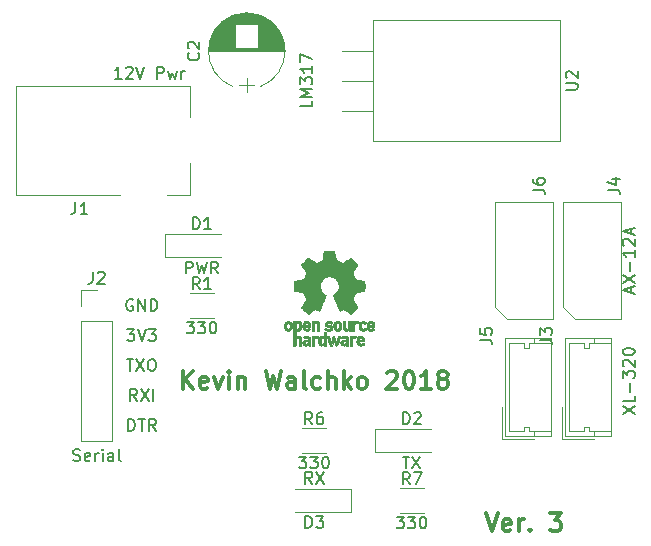
<source format=gbr>
G04 #@! TF.FileFunction,Legend,Top*
%FSLAX46Y46*%
G04 Gerber Fmt 4.6, Leading zero omitted, Abs format (unit mm)*
G04 Created by KiCad (PCBNEW 4.0.7) date 03/19/18 08:58:31*
%MOMM*%
%LPD*%
G01*
G04 APERTURE LIST*
%ADD10C,0.100000*%
%ADD11C,0.300000*%
%ADD12C,0.150000*%
%ADD13C,0.120000*%
%ADD14C,0.010000*%
G04 APERTURE END LIST*
D10*
D11*
X86920001Y-56963571D02*
X87420001Y-58463571D01*
X87920001Y-56963571D01*
X88991429Y-58392143D02*
X88848572Y-58463571D01*
X88562858Y-58463571D01*
X88420001Y-58392143D01*
X88348572Y-58249286D01*
X88348572Y-57677857D01*
X88420001Y-57535000D01*
X88562858Y-57463571D01*
X88848572Y-57463571D01*
X88991429Y-57535000D01*
X89062858Y-57677857D01*
X89062858Y-57820714D01*
X88348572Y-57963571D01*
X89705715Y-58463571D02*
X89705715Y-57463571D01*
X89705715Y-57749286D02*
X89777143Y-57606429D01*
X89848572Y-57535000D01*
X89991429Y-57463571D01*
X90134286Y-57463571D01*
X90634286Y-58320714D02*
X90705714Y-58392143D01*
X90634286Y-58463571D01*
X90562857Y-58392143D01*
X90634286Y-58320714D01*
X90634286Y-58463571D01*
X92348572Y-56963571D02*
X93277143Y-56963571D01*
X92777143Y-57535000D01*
X92991429Y-57535000D01*
X93134286Y-57606429D01*
X93205715Y-57677857D01*
X93277143Y-57820714D01*
X93277143Y-58177857D01*
X93205715Y-58320714D01*
X93134286Y-58392143D01*
X92991429Y-58463571D01*
X92562857Y-58463571D01*
X92420000Y-58392143D01*
X92348572Y-58320714D01*
D12*
X57023096Y-38870000D02*
X56927858Y-38822381D01*
X56785001Y-38822381D01*
X56642143Y-38870000D01*
X56546905Y-38965238D01*
X56499286Y-39060476D01*
X56451667Y-39250952D01*
X56451667Y-39393810D01*
X56499286Y-39584286D01*
X56546905Y-39679524D01*
X56642143Y-39774762D01*
X56785001Y-39822381D01*
X56880239Y-39822381D01*
X57023096Y-39774762D01*
X57070715Y-39727143D01*
X57070715Y-39393810D01*
X56880239Y-39393810D01*
X57499286Y-39822381D02*
X57499286Y-38822381D01*
X58070715Y-39822381D01*
X58070715Y-38822381D01*
X58546905Y-39822381D02*
X58546905Y-38822381D01*
X58785000Y-38822381D01*
X58927858Y-38870000D01*
X59023096Y-38965238D01*
X59070715Y-39060476D01*
X59118334Y-39250952D01*
X59118334Y-39393810D01*
X59070715Y-39584286D01*
X59023096Y-39679524D01*
X58927858Y-39774762D01*
X58785000Y-39822381D01*
X58546905Y-39822381D01*
X56642143Y-49982381D02*
X56642143Y-48982381D01*
X56880238Y-48982381D01*
X57023096Y-49030000D01*
X57118334Y-49125238D01*
X57165953Y-49220476D01*
X57213572Y-49410952D01*
X57213572Y-49553810D01*
X57165953Y-49744286D01*
X57118334Y-49839524D01*
X57023096Y-49934762D01*
X56880238Y-49982381D01*
X56642143Y-49982381D01*
X57499286Y-48982381D02*
X58070715Y-48982381D01*
X57785000Y-49982381D02*
X57785000Y-48982381D01*
X58975477Y-49982381D02*
X58642143Y-49506190D01*
X58404048Y-49982381D02*
X58404048Y-48982381D01*
X58785001Y-48982381D01*
X58880239Y-49030000D01*
X58927858Y-49077619D01*
X58975477Y-49172857D01*
X58975477Y-49315714D01*
X58927858Y-49410952D01*
X58880239Y-49458571D01*
X58785001Y-49506190D01*
X58404048Y-49506190D01*
X57380239Y-47442381D02*
X57046905Y-46966190D01*
X56808810Y-47442381D02*
X56808810Y-46442381D01*
X57189763Y-46442381D01*
X57285001Y-46490000D01*
X57332620Y-46537619D01*
X57380239Y-46632857D01*
X57380239Y-46775714D01*
X57332620Y-46870952D01*
X57285001Y-46918571D01*
X57189763Y-46966190D01*
X56808810Y-46966190D01*
X57713572Y-46442381D02*
X58380239Y-47442381D01*
X58380239Y-46442381D02*
X57713572Y-47442381D01*
X58761191Y-47442381D02*
X58761191Y-46442381D01*
X56546905Y-41362381D02*
X57165953Y-41362381D01*
X56832619Y-41743333D01*
X56975477Y-41743333D01*
X57070715Y-41790952D01*
X57118334Y-41838571D01*
X57165953Y-41933810D01*
X57165953Y-42171905D01*
X57118334Y-42267143D01*
X57070715Y-42314762D01*
X56975477Y-42362381D01*
X56689762Y-42362381D01*
X56594524Y-42314762D01*
X56546905Y-42267143D01*
X57451667Y-41362381D02*
X57785000Y-42362381D01*
X58118334Y-41362381D01*
X58356429Y-41362381D02*
X58975477Y-41362381D01*
X58642143Y-41743333D01*
X58785001Y-41743333D01*
X58880239Y-41790952D01*
X58927858Y-41838571D01*
X58975477Y-41933810D01*
X58975477Y-42171905D01*
X58927858Y-42267143D01*
X58880239Y-42314762D01*
X58785001Y-42362381D01*
X58499286Y-42362381D01*
X58404048Y-42314762D01*
X58356429Y-42267143D01*
X56499286Y-43902381D02*
X57070715Y-43902381D01*
X56785000Y-44902381D02*
X56785000Y-43902381D01*
X57308810Y-43902381D02*
X57975477Y-44902381D01*
X57975477Y-43902381D02*
X57308810Y-44902381D01*
X58546905Y-43902381D02*
X58737382Y-43902381D01*
X58832620Y-43950000D01*
X58927858Y-44045238D01*
X58975477Y-44235714D01*
X58975477Y-44569048D01*
X58927858Y-44759524D01*
X58832620Y-44854762D01*
X58737382Y-44902381D01*
X58546905Y-44902381D01*
X58451667Y-44854762D01*
X58356429Y-44759524D01*
X58308810Y-44569048D01*
X58308810Y-44235714D01*
X58356429Y-44045238D01*
X58451667Y-43950000D01*
X58546905Y-43902381D01*
D11*
X61275001Y-46398571D02*
X61275001Y-44898571D01*
X62132144Y-46398571D02*
X61489287Y-45541429D01*
X62132144Y-44898571D02*
X61275001Y-45755714D01*
X63346429Y-46327143D02*
X63203572Y-46398571D01*
X62917858Y-46398571D01*
X62775001Y-46327143D01*
X62703572Y-46184286D01*
X62703572Y-45612857D01*
X62775001Y-45470000D01*
X62917858Y-45398571D01*
X63203572Y-45398571D01*
X63346429Y-45470000D01*
X63417858Y-45612857D01*
X63417858Y-45755714D01*
X62703572Y-45898571D01*
X63917858Y-45398571D02*
X64275001Y-46398571D01*
X64632143Y-45398571D01*
X65203572Y-46398571D02*
X65203572Y-45398571D01*
X65203572Y-44898571D02*
X65132143Y-44970000D01*
X65203572Y-45041429D01*
X65275000Y-44970000D01*
X65203572Y-44898571D01*
X65203572Y-45041429D01*
X65917858Y-45398571D02*
X65917858Y-46398571D01*
X65917858Y-45541429D02*
X65989286Y-45470000D01*
X66132144Y-45398571D01*
X66346429Y-45398571D01*
X66489286Y-45470000D01*
X66560715Y-45612857D01*
X66560715Y-46398571D01*
X68275001Y-44898571D02*
X68632144Y-46398571D01*
X68917858Y-45327143D01*
X69203572Y-46398571D01*
X69560715Y-44898571D01*
X70775001Y-46398571D02*
X70775001Y-45612857D01*
X70703572Y-45470000D01*
X70560715Y-45398571D01*
X70275001Y-45398571D01*
X70132144Y-45470000D01*
X70775001Y-46327143D02*
X70632144Y-46398571D01*
X70275001Y-46398571D01*
X70132144Y-46327143D01*
X70060715Y-46184286D01*
X70060715Y-46041429D01*
X70132144Y-45898571D01*
X70275001Y-45827143D01*
X70632144Y-45827143D01*
X70775001Y-45755714D01*
X71703573Y-46398571D02*
X71560715Y-46327143D01*
X71489287Y-46184286D01*
X71489287Y-44898571D01*
X72917858Y-46327143D02*
X72775001Y-46398571D01*
X72489287Y-46398571D01*
X72346429Y-46327143D01*
X72275001Y-46255714D01*
X72203572Y-46112857D01*
X72203572Y-45684286D01*
X72275001Y-45541429D01*
X72346429Y-45470000D01*
X72489287Y-45398571D01*
X72775001Y-45398571D01*
X72917858Y-45470000D01*
X73560715Y-46398571D02*
X73560715Y-44898571D01*
X74203572Y-46398571D02*
X74203572Y-45612857D01*
X74132143Y-45470000D01*
X73989286Y-45398571D01*
X73775001Y-45398571D01*
X73632143Y-45470000D01*
X73560715Y-45541429D01*
X74917858Y-46398571D02*
X74917858Y-44898571D01*
X75060715Y-45827143D02*
X75489286Y-46398571D01*
X75489286Y-45398571D02*
X74917858Y-45970000D01*
X76346430Y-46398571D02*
X76203572Y-46327143D01*
X76132144Y-46255714D01*
X76060715Y-46112857D01*
X76060715Y-45684286D01*
X76132144Y-45541429D01*
X76203572Y-45470000D01*
X76346430Y-45398571D01*
X76560715Y-45398571D01*
X76703572Y-45470000D01*
X76775001Y-45541429D01*
X76846430Y-45684286D01*
X76846430Y-46112857D01*
X76775001Y-46255714D01*
X76703572Y-46327143D01*
X76560715Y-46398571D01*
X76346430Y-46398571D01*
X78560715Y-45041429D02*
X78632144Y-44970000D01*
X78775001Y-44898571D01*
X79132144Y-44898571D01*
X79275001Y-44970000D01*
X79346430Y-45041429D01*
X79417858Y-45184286D01*
X79417858Y-45327143D01*
X79346430Y-45541429D01*
X78489287Y-46398571D01*
X79417858Y-46398571D01*
X80346429Y-44898571D02*
X80489286Y-44898571D01*
X80632143Y-44970000D01*
X80703572Y-45041429D01*
X80775001Y-45184286D01*
X80846429Y-45470000D01*
X80846429Y-45827143D01*
X80775001Y-46112857D01*
X80703572Y-46255714D01*
X80632143Y-46327143D01*
X80489286Y-46398571D01*
X80346429Y-46398571D01*
X80203572Y-46327143D01*
X80132143Y-46255714D01*
X80060715Y-46112857D01*
X79989286Y-45827143D01*
X79989286Y-45470000D01*
X80060715Y-45184286D01*
X80132143Y-45041429D01*
X80203572Y-44970000D01*
X80346429Y-44898571D01*
X82275000Y-46398571D02*
X81417857Y-46398571D01*
X81846429Y-46398571D02*
X81846429Y-44898571D01*
X81703572Y-45112857D01*
X81560714Y-45255714D01*
X81417857Y-45327143D01*
X83132143Y-45541429D02*
X82989285Y-45470000D01*
X82917857Y-45398571D01*
X82846428Y-45255714D01*
X82846428Y-45184286D01*
X82917857Y-45041429D01*
X82989285Y-44970000D01*
X83132143Y-44898571D01*
X83417857Y-44898571D01*
X83560714Y-44970000D01*
X83632143Y-45041429D01*
X83703571Y-45184286D01*
X83703571Y-45255714D01*
X83632143Y-45398571D01*
X83560714Y-45470000D01*
X83417857Y-45541429D01*
X83132143Y-45541429D01*
X82989285Y-45612857D01*
X82917857Y-45684286D01*
X82846428Y-45827143D01*
X82846428Y-46112857D01*
X82917857Y-46255714D01*
X82989285Y-46327143D01*
X83132143Y-46398571D01*
X83417857Y-46398571D01*
X83560714Y-46327143D01*
X83632143Y-46255714D01*
X83703571Y-46112857D01*
X83703571Y-45827143D01*
X83632143Y-45684286D01*
X83560714Y-45612857D01*
X83417857Y-45541429D01*
D13*
X65495864Y-14782180D02*
G75*
G03X65495000Y-20817482I1179136J-3017820D01*
G01*
X67854136Y-14782180D02*
G75*
G02X67855000Y-20817482I-1179136J-3017820D01*
G01*
X67854136Y-14782180D02*
G75*
G03X65495000Y-14782518I-1179136J-3017820D01*
G01*
X63475000Y-17800000D02*
X69875000Y-17800000D01*
X63475000Y-17760000D02*
X69875000Y-17760000D01*
X63475000Y-17720000D02*
X69875000Y-17720000D01*
X63477000Y-17680000D02*
X69873000Y-17680000D01*
X63478000Y-17640000D02*
X69872000Y-17640000D01*
X63481000Y-17600000D02*
X69869000Y-17600000D01*
X63483000Y-17560000D02*
X69867000Y-17560000D01*
X63487000Y-17520000D02*
X65695000Y-17520000D01*
X67655000Y-17520000D02*
X69863000Y-17520000D01*
X63490000Y-17480000D02*
X65695000Y-17480000D01*
X67655000Y-17480000D02*
X69860000Y-17480000D01*
X63495000Y-17440000D02*
X65695000Y-17440000D01*
X67655000Y-17440000D02*
X69855000Y-17440000D01*
X63499000Y-17400000D02*
X65695000Y-17400000D01*
X67655000Y-17400000D02*
X69851000Y-17400000D01*
X63505000Y-17360000D02*
X65695000Y-17360000D01*
X67655000Y-17360000D02*
X69845000Y-17360000D01*
X63510000Y-17320000D02*
X65695000Y-17320000D01*
X67655000Y-17320000D02*
X69840000Y-17320000D01*
X63517000Y-17280000D02*
X65695000Y-17280000D01*
X67655000Y-17280000D02*
X69833000Y-17280000D01*
X63523000Y-17240000D02*
X65695000Y-17240000D01*
X67655000Y-17240000D02*
X69827000Y-17240000D01*
X63531000Y-17200000D02*
X65695000Y-17200000D01*
X67655000Y-17200000D02*
X69819000Y-17200000D01*
X63538000Y-17160000D02*
X65695000Y-17160000D01*
X67655000Y-17160000D02*
X69812000Y-17160000D01*
X63547000Y-17120000D02*
X65695000Y-17120000D01*
X67655000Y-17120000D02*
X69803000Y-17120000D01*
X63556000Y-17079000D02*
X65695000Y-17079000D01*
X67655000Y-17079000D02*
X69794000Y-17079000D01*
X63565000Y-17039000D02*
X65695000Y-17039000D01*
X67655000Y-17039000D02*
X69785000Y-17039000D01*
X63575000Y-16999000D02*
X65695000Y-16999000D01*
X67655000Y-16999000D02*
X69775000Y-16999000D01*
X63585000Y-16959000D02*
X65695000Y-16959000D01*
X67655000Y-16959000D02*
X69765000Y-16959000D01*
X63596000Y-16919000D02*
X65695000Y-16919000D01*
X67655000Y-16919000D02*
X69754000Y-16919000D01*
X63608000Y-16879000D02*
X65695000Y-16879000D01*
X67655000Y-16879000D02*
X69742000Y-16879000D01*
X63620000Y-16839000D02*
X65695000Y-16839000D01*
X67655000Y-16839000D02*
X69730000Y-16839000D01*
X63633000Y-16799000D02*
X65695000Y-16799000D01*
X67655000Y-16799000D02*
X69717000Y-16799000D01*
X63646000Y-16759000D02*
X65695000Y-16759000D01*
X67655000Y-16759000D02*
X69704000Y-16759000D01*
X63660000Y-16719000D02*
X65695000Y-16719000D01*
X67655000Y-16719000D02*
X69690000Y-16719000D01*
X63674000Y-16679000D02*
X65695000Y-16679000D01*
X67655000Y-16679000D02*
X69676000Y-16679000D01*
X63689000Y-16639000D02*
X65695000Y-16639000D01*
X67655000Y-16639000D02*
X69661000Y-16639000D01*
X63705000Y-16599000D02*
X65695000Y-16599000D01*
X67655000Y-16599000D02*
X69645000Y-16599000D01*
X63721000Y-16559000D02*
X65695000Y-16559000D01*
X67655000Y-16559000D02*
X69629000Y-16559000D01*
X63738000Y-16519000D02*
X65695000Y-16519000D01*
X67655000Y-16519000D02*
X69612000Y-16519000D01*
X63756000Y-16479000D02*
X65695000Y-16479000D01*
X67655000Y-16479000D02*
X69594000Y-16479000D01*
X63774000Y-16439000D02*
X65695000Y-16439000D01*
X67655000Y-16439000D02*
X69576000Y-16439000D01*
X63793000Y-16399000D02*
X65695000Y-16399000D01*
X67655000Y-16399000D02*
X69557000Y-16399000D01*
X63812000Y-16359000D02*
X65695000Y-16359000D01*
X67655000Y-16359000D02*
X69538000Y-16359000D01*
X63832000Y-16319000D02*
X65695000Y-16319000D01*
X67655000Y-16319000D02*
X69518000Y-16319000D01*
X63853000Y-16279000D02*
X65695000Y-16279000D01*
X67655000Y-16279000D02*
X69497000Y-16279000D01*
X63875000Y-16239000D02*
X65695000Y-16239000D01*
X67655000Y-16239000D02*
X69475000Y-16239000D01*
X63897000Y-16199000D02*
X65695000Y-16199000D01*
X67655000Y-16199000D02*
X69453000Y-16199000D01*
X63920000Y-16159000D02*
X65695000Y-16159000D01*
X67655000Y-16159000D02*
X69430000Y-16159000D01*
X63944000Y-16119000D02*
X65695000Y-16119000D01*
X67655000Y-16119000D02*
X69406000Y-16119000D01*
X63969000Y-16079000D02*
X65695000Y-16079000D01*
X67655000Y-16079000D02*
X69381000Y-16079000D01*
X63994000Y-16039000D02*
X65695000Y-16039000D01*
X67655000Y-16039000D02*
X69356000Y-16039000D01*
X64021000Y-15999000D02*
X65695000Y-15999000D01*
X67655000Y-15999000D02*
X69329000Y-15999000D01*
X64048000Y-15959000D02*
X65695000Y-15959000D01*
X67655000Y-15959000D02*
X69302000Y-15959000D01*
X64076000Y-15919000D02*
X65695000Y-15919000D01*
X67655000Y-15919000D02*
X69274000Y-15919000D01*
X64105000Y-15879000D02*
X65695000Y-15879000D01*
X67655000Y-15879000D02*
X69245000Y-15879000D01*
X64135000Y-15839000D02*
X65695000Y-15839000D01*
X67655000Y-15839000D02*
X69215000Y-15839000D01*
X64165000Y-15799000D02*
X65695000Y-15799000D01*
X67655000Y-15799000D02*
X69185000Y-15799000D01*
X64197000Y-15759000D02*
X65695000Y-15759000D01*
X67655000Y-15759000D02*
X69153000Y-15759000D01*
X64230000Y-15719000D02*
X65695000Y-15719000D01*
X67655000Y-15719000D02*
X69120000Y-15719000D01*
X64264000Y-15679000D02*
X65695000Y-15679000D01*
X67655000Y-15679000D02*
X69086000Y-15679000D01*
X64300000Y-15639000D02*
X65695000Y-15639000D01*
X67655000Y-15639000D02*
X69050000Y-15639000D01*
X64336000Y-15599000D02*
X65695000Y-15599000D01*
X67655000Y-15599000D02*
X69014000Y-15599000D01*
X64374000Y-15559000D02*
X68976000Y-15559000D01*
X64413000Y-15519000D02*
X68937000Y-15519000D01*
X64453000Y-15479000D02*
X68897000Y-15479000D01*
X64495000Y-15439000D02*
X68855000Y-15439000D01*
X64538000Y-15399000D02*
X68812000Y-15399000D01*
X64583000Y-15359000D02*
X68767000Y-15359000D01*
X64630000Y-15319000D02*
X68720000Y-15319000D01*
X64678000Y-15279000D02*
X68672000Y-15279000D01*
X64729000Y-15239000D02*
X68621000Y-15239000D01*
X64781000Y-15199000D02*
X68569000Y-15199000D01*
X64836000Y-15159000D02*
X68514000Y-15159000D01*
X64894000Y-15119000D02*
X68456000Y-15119000D01*
X64954000Y-15079000D02*
X68396000Y-15079000D01*
X65017000Y-15039000D02*
X68333000Y-15039000D01*
X65084000Y-14999000D02*
X68266000Y-14999000D01*
X65155000Y-14959000D02*
X68195000Y-14959000D01*
X65230000Y-14919000D02*
X68120000Y-14919000D01*
X65311000Y-14879000D02*
X68039000Y-14879000D01*
X65397000Y-14839000D02*
X67953000Y-14839000D01*
X65491000Y-14799000D02*
X67859000Y-14799000D01*
X65594000Y-14759000D02*
X67756000Y-14759000D01*
X65709000Y-14719000D02*
X67641000Y-14719000D01*
X65841000Y-14679000D02*
X67509000Y-14679000D01*
X65999000Y-14639000D02*
X67351000Y-14639000D01*
X66207000Y-14599000D02*
X67143000Y-14599000D01*
X66675000Y-21250000D02*
X66675000Y-20050000D01*
X66025000Y-20650000D02*
X67325000Y-20650000D01*
X59765000Y-33340000D02*
X59765000Y-35240000D01*
X59765000Y-35240000D02*
X64465000Y-35240000D01*
X59765000Y-33340000D02*
X64465000Y-33340000D01*
X77545000Y-49850000D02*
X77545000Y-51750000D01*
X77545000Y-51750000D02*
X82245000Y-51750000D01*
X77545000Y-49850000D02*
X82245000Y-49850000D01*
X55960000Y-30000000D02*
X47160000Y-30000000D01*
X47160000Y-30000000D02*
X47160000Y-20800000D01*
X61860000Y-27300000D02*
X61860000Y-30000000D01*
X61860000Y-30000000D02*
X59960000Y-30000000D01*
X47160000Y-20800000D02*
X61860000Y-20800000D01*
X61860000Y-20800000D02*
X61860000Y-23400000D01*
X63865000Y-40440000D02*
X61865000Y-40440000D01*
X61865000Y-38300000D02*
X63865000Y-38300000D01*
X77350000Y-15200000D02*
X77350000Y-25440000D01*
X93240000Y-15200000D02*
X93240000Y-25440000D01*
X93240000Y-15200000D02*
X77350000Y-15200000D01*
X93240000Y-25440000D02*
X77350000Y-25440000D01*
X77350000Y-17780000D02*
X74710000Y-17780000D01*
X77350000Y-20320000D02*
X74726000Y-20320000D01*
X77350000Y-22860000D02*
X74726000Y-22860000D01*
X93600000Y-50410000D02*
X97550000Y-50410000D01*
X97550000Y-50410000D02*
X97550000Y-42110000D01*
X97550000Y-42110000D02*
X93600000Y-42110000D01*
X93600000Y-42110000D02*
X93600000Y-50410000D01*
X93350000Y-47910000D02*
X93350000Y-50660000D01*
X93350000Y-50660000D02*
X96100000Y-50660000D01*
X96050000Y-50410000D02*
X96050000Y-50010000D01*
X96050000Y-42110000D02*
X96050000Y-42510000D01*
X94000000Y-46260000D02*
X94000000Y-50010000D01*
X94000000Y-50010000D02*
X95250000Y-50010000D01*
X95250000Y-50010000D02*
X95250000Y-49610000D01*
X95250000Y-49610000D02*
X95650000Y-49610000D01*
X95650000Y-49610000D02*
X95650000Y-50010000D01*
X95650000Y-50010000D02*
X97550000Y-50010000D01*
X94000000Y-46260000D02*
X94000000Y-42510000D01*
X94000000Y-42510000D02*
X95250000Y-42510000D01*
X95250000Y-42510000D02*
X95250000Y-42910000D01*
X95250000Y-42910000D02*
X95650000Y-42910000D01*
X95650000Y-42910000D02*
X95650000Y-42510000D01*
X95650000Y-42510000D02*
X97550000Y-42510000D01*
X93450000Y-39470000D02*
X94450000Y-40470000D01*
X98350000Y-30570000D02*
X93450000Y-30570000D01*
X93450000Y-30570000D02*
X93450000Y-39470000D01*
X94450000Y-40470000D02*
X98350000Y-40470000D01*
X98350000Y-40470000D02*
X98350000Y-30570000D01*
X75490000Y-56830000D02*
X75490000Y-54930000D01*
X75490000Y-54930000D02*
X70790000Y-54930000D01*
X75490000Y-56830000D02*
X70790000Y-56830000D01*
X73390000Y-51870000D02*
X71390000Y-51870000D01*
X71390000Y-49730000D02*
X73390000Y-49730000D01*
X52645000Y-50860000D02*
X55305000Y-50860000D01*
X52645000Y-40640000D02*
X52645000Y-50860000D01*
X55305000Y-40640000D02*
X55305000Y-50860000D01*
X52645000Y-40640000D02*
X55305000Y-40640000D01*
X52645000Y-39370000D02*
X52645000Y-38040000D01*
X52645000Y-38040000D02*
X53975000Y-38040000D01*
X81645000Y-56950000D02*
X79645000Y-56950000D01*
X79645000Y-54810000D02*
X81645000Y-54810000D01*
D14*
G36*
X71123360Y-40687468D02*
X71158592Y-40704874D01*
X71202040Y-40735206D01*
X71233706Y-40768283D01*
X71255394Y-40809817D01*
X71268903Y-40865522D01*
X71276038Y-40941111D01*
X71278600Y-41042296D01*
X71278750Y-41085797D01*
X71278312Y-41181135D01*
X71276496Y-41249271D01*
X71272545Y-41296418D01*
X71265702Y-41328790D01*
X71255211Y-41352600D01*
X71244296Y-41368843D01*
X71174619Y-41437952D01*
X71092566Y-41479521D01*
X71004050Y-41492023D01*
X70914981Y-41473934D01*
X70886763Y-41461142D01*
X70819210Y-41425931D01*
X70819210Y-41977700D01*
X70868512Y-41952205D01*
X70933473Y-41932480D01*
X71013320Y-41927427D01*
X71093052Y-41936756D01*
X71153265Y-41957714D01*
X71203208Y-41997627D01*
X71245881Y-42054741D01*
X71249090Y-42060605D01*
X71262622Y-42088227D01*
X71272505Y-42116068D01*
X71279309Y-42149794D01*
X71283601Y-42195071D01*
X71285951Y-42257562D01*
X71286928Y-42342935D01*
X71287105Y-42439010D01*
X71287105Y-42745526D01*
X71103289Y-42745526D01*
X71103289Y-42180339D01*
X71051875Y-42137077D01*
X70998466Y-42102472D01*
X70947888Y-42096180D01*
X70897030Y-42112372D01*
X70869925Y-42128227D01*
X70849751Y-42150810D01*
X70835403Y-42184940D01*
X70825776Y-42235434D01*
X70819763Y-42307111D01*
X70816260Y-42404788D01*
X70815026Y-42469802D01*
X70810855Y-42737171D01*
X70723125Y-42742222D01*
X70635394Y-42747273D01*
X70635394Y-41088101D01*
X70819210Y-41088101D01*
X70823896Y-41180600D01*
X70839688Y-41244809D01*
X70869183Y-41284759D01*
X70914980Y-41304480D01*
X70961250Y-41308421D01*
X71013628Y-41303892D01*
X71048390Y-41286069D01*
X71070128Y-41262519D01*
X71087240Y-41237189D01*
X71097427Y-41208969D01*
X71101960Y-41169431D01*
X71102109Y-41110142D01*
X71100584Y-41060498D01*
X71097081Y-40985710D01*
X71091867Y-40936611D01*
X71083087Y-40905467D01*
X71068886Y-40884545D01*
X71055484Y-40872452D01*
X70999487Y-40846081D01*
X70933211Y-40841822D01*
X70895156Y-40850906D01*
X70857477Y-40883196D01*
X70832519Y-40946006D01*
X70820422Y-41038894D01*
X70819210Y-41088101D01*
X70635394Y-41088101D01*
X70635394Y-40673421D01*
X70727302Y-40673421D01*
X70782483Y-40675603D01*
X70810952Y-40683351D01*
X70819206Y-40698468D01*
X70819210Y-40698916D01*
X70823040Y-40713720D01*
X70839933Y-40712039D01*
X70873519Y-40695772D01*
X70951778Y-40670887D01*
X71039827Y-40668271D01*
X71123360Y-40687468D01*
X71123360Y-40687468D01*
G37*
X71123360Y-40687468D02*
X71158592Y-40704874D01*
X71202040Y-40735206D01*
X71233706Y-40768283D01*
X71255394Y-40809817D01*
X71268903Y-40865522D01*
X71276038Y-40941111D01*
X71278600Y-41042296D01*
X71278750Y-41085797D01*
X71278312Y-41181135D01*
X71276496Y-41249271D01*
X71272545Y-41296418D01*
X71265702Y-41328790D01*
X71255211Y-41352600D01*
X71244296Y-41368843D01*
X71174619Y-41437952D01*
X71092566Y-41479521D01*
X71004050Y-41492023D01*
X70914981Y-41473934D01*
X70886763Y-41461142D01*
X70819210Y-41425931D01*
X70819210Y-41977700D01*
X70868512Y-41952205D01*
X70933473Y-41932480D01*
X71013320Y-41927427D01*
X71093052Y-41936756D01*
X71153265Y-41957714D01*
X71203208Y-41997627D01*
X71245881Y-42054741D01*
X71249090Y-42060605D01*
X71262622Y-42088227D01*
X71272505Y-42116068D01*
X71279309Y-42149794D01*
X71283601Y-42195071D01*
X71285951Y-42257562D01*
X71286928Y-42342935D01*
X71287105Y-42439010D01*
X71287105Y-42745526D01*
X71103289Y-42745526D01*
X71103289Y-42180339D01*
X71051875Y-42137077D01*
X70998466Y-42102472D01*
X70947888Y-42096180D01*
X70897030Y-42112372D01*
X70869925Y-42128227D01*
X70849751Y-42150810D01*
X70835403Y-42184940D01*
X70825776Y-42235434D01*
X70819763Y-42307111D01*
X70816260Y-42404788D01*
X70815026Y-42469802D01*
X70810855Y-42737171D01*
X70723125Y-42742222D01*
X70635394Y-42747273D01*
X70635394Y-41088101D01*
X70819210Y-41088101D01*
X70823896Y-41180600D01*
X70839688Y-41244809D01*
X70869183Y-41284759D01*
X70914980Y-41304480D01*
X70961250Y-41308421D01*
X71013628Y-41303892D01*
X71048390Y-41286069D01*
X71070128Y-41262519D01*
X71087240Y-41237189D01*
X71097427Y-41208969D01*
X71101960Y-41169431D01*
X71102109Y-41110142D01*
X71100584Y-41060498D01*
X71097081Y-40985710D01*
X71091867Y-40936611D01*
X71083087Y-40905467D01*
X71068886Y-40884545D01*
X71055484Y-40872452D01*
X70999487Y-40846081D01*
X70933211Y-40841822D01*
X70895156Y-40850906D01*
X70857477Y-40883196D01*
X70832519Y-40946006D01*
X70820422Y-41038894D01*
X70819210Y-41088101D01*
X70635394Y-41088101D01*
X70635394Y-40673421D01*
X70727302Y-40673421D01*
X70782483Y-40675603D01*
X70810952Y-40683351D01*
X70819206Y-40698468D01*
X70819210Y-40698916D01*
X70823040Y-40713720D01*
X70839933Y-40712039D01*
X70873519Y-40695772D01*
X70951778Y-40670887D01*
X71039827Y-40668271D01*
X71123360Y-40687468D01*
G36*
X71820457Y-41933184D02*
X71899070Y-41954160D01*
X71958916Y-41992180D01*
X72001147Y-42041978D01*
X72014275Y-42063230D01*
X72023968Y-42085492D01*
X72030744Y-42113970D01*
X72035123Y-42153871D01*
X72037624Y-42210401D01*
X72038768Y-42288767D01*
X72039072Y-42394176D01*
X72039078Y-42422142D01*
X72039078Y-42745526D01*
X71958868Y-42745526D01*
X71907706Y-42741943D01*
X71869877Y-42732866D01*
X71860399Y-42727268D01*
X71834488Y-42717606D01*
X71808024Y-42727268D01*
X71764452Y-42739330D01*
X71701160Y-42744185D01*
X71631010Y-42742078D01*
X71566860Y-42733256D01*
X71529407Y-42721937D01*
X71456933Y-42675412D01*
X71411640Y-42610846D01*
X71391278Y-42525000D01*
X71391088Y-42522796D01*
X71392875Y-42484713D01*
X71554473Y-42484713D01*
X71568601Y-42528030D01*
X71591612Y-42552408D01*
X71637804Y-42570845D01*
X71698775Y-42578205D01*
X71760949Y-42574583D01*
X71810751Y-42560074D01*
X71824703Y-42550765D01*
X71849085Y-42507753D01*
X71855263Y-42458857D01*
X71855263Y-42394605D01*
X71762818Y-42394605D01*
X71674995Y-42401366D01*
X71608418Y-42420520D01*
X71567002Y-42450376D01*
X71554473Y-42484713D01*
X71392875Y-42484713D01*
X71395490Y-42429004D01*
X71426424Y-42354847D01*
X71484581Y-42298767D01*
X71492620Y-42293665D01*
X71527163Y-42277055D01*
X71569918Y-42266996D01*
X71629686Y-42262107D01*
X71700690Y-42260983D01*
X71855263Y-42260921D01*
X71855263Y-42196125D01*
X71848706Y-42145850D01*
X71831975Y-42112169D01*
X71830016Y-42110376D01*
X71792783Y-42095642D01*
X71736580Y-42089931D01*
X71674467Y-42092737D01*
X71619510Y-42103556D01*
X71586899Y-42119782D01*
X71569228Y-42132780D01*
X71550569Y-42135262D01*
X71524819Y-42124613D01*
X71485873Y-42098218D01*
X71427630Y-42053465D01*
X71422284Y-42049273D01*
X71425023Y-42033760D01*
X71447876Y-42007960D01*
X71482609Y-41979289D01*
X71520990Y-41955166D01*
X71533048Y-41949470D01*
X71577034Y-41938103D01*
X71641487Y-41929995D01*
X71713497Y-41926743D01*
X71716864Y-41926736D01*
X71820457Y-41933184D01*
X71820457Y-41933184D01*
G37*
X71820457Y-41933184D02*
X71899070Y-41954160D01*
X71958916Y-41992180D01*
X72001147Y-42041978D01*
X72014275Y-42063230D01*
X72023968Y-42085492D01*
X72030744Y-42113970D01*
X72035123Y-42153871D01*
X72037624Y-42210401D01*
X72038768Y-42288767D01*
X72039072Y-42394176D01*
X72039078Y-42422142D01*
X72039078Y-42745526D01*
X71958868Y-42745526D01*
X71907706Y-42741943D01*
X71869877Y-42732866D01*
X71860399Y-42727268D01*
X71834488Y-42717606D01*
X71808024Y-42727268D01*
X71764452Y-42739330D01*
X71701160Y-42744185D01*
X71631010Y-42742078D01*
X71566860Y-42733256D01*
X71529407Y-42721937D01*
X71456933Y-42675412D01*
X71411640Y-42610846D01*
X71391278Y-42525000D01*
X71391088Y-42522796D01*
X71392875Y-42484713D01*
X71554473Y-42484713D01*
X71568601Y-42528030D01*
X71591612Y-42552408D01*
X71637804Y-42570845D01*
X71698775Y-42578205D01*
X71760949Y-42574583D01*
X71810751Y-42560074D01*
X71824703Y-42550765D01*
X71849085Y-42507753D01*
X71855263Y-42458857D01*
X71855263Y-42394605D01*
X71762818Y-42394605D01*
X71674995Y-42401366D01*
X71608418Y-42420520D01*
X71567002Y-42450376D01*
X71554473Y-42484713D01*
X71392875Y-42484713D01*
X71395490Y-42429004D01*
X71426424Y-42354847D01*
X71484581Y-42298767D01*
X71492620Y-42293665D01*
X71527163Y-42277055D01*
X71569918Y-42266996D01*
X71629686Y-42262107D01*
X71700690Y-42260983D01*
X71855263Y-42260921D01*
X71855263Y-42196125D01*
X71848706Y-42145850D01*
X71831975Y-42112169D01*
X71830016Y-42110376D01*
X71792783Y-42095642D01*
X71736580Y-42089931D01*
X71674467Y-42092737D01*
X71619510Y-42103556D01*
X71586899Y-42119782D01*
X71569228Y-42132780D01*
X71550569Y-42135262D01*
X71524819Y-42124613D01*
X71485873Y-42098218D01*
X71427630Y-42053465D01*
X71422284Y-42049273D01*
X71425023Y-42033760D01*
X71447876Y-42007960D01*
X71482609Y-41979289D01*
X71520990Y-41955166D01*
X71533048Y-41949470D01*
X71577034Y-41938103D01*
X71641487Y-41929995D01*
X71713497Y-41926743D01*
X71716864Y-41926736D01*
X71820457Y-41933184D01*
G36*
X72339881Y-41928486D02*
X72364888Y-41935982D01*
X72372950Y-41952451D01*
X72373289Y-41959886D01*
X72374736Y-41980594D01*
X72384698Y-41983845D01*
X72411612Y-41969648D01*
X72427598Y-41959948D01*
X72478033Y-41939175D01*
X72538272Y-41928904D01*
X72601434Y-41928114D01*
X72660637Y-41935786D01*
X72709002Y-41950898D01*
X72739646Y-41972432D01*
X72745689Y-41999366D01*
X72742639Y-42006660D01*
X72720406Y-42036937D01*
X72685930Y-42074175D01*
X72679694Y-42080195D01*
X72646833Y-42107875D01*
X72618480Y-42116818D01*
X72578827Y-42110576D01*
X72562942Y-42106429D01*
X72513509Y-42096467D01*
X72478752Y-42100947D01*
X72449400Y-42116746D01*
X72422513Y-42137949D01*
X72402710Y-42164614D01*
X72388948Y-42201827D01*
X72380184Y-42254673D01*
X72375374Y-42328237D01*
X72373474Y-42427605D01*
X72373289Y-42487601D01*
X72373289Y-42745526D01*
X72206184Y-42745526D01*
X72206184Y-41926710D01*
X72289736Y-41926710D01*
X72339881Y-41928486D01*
X72339881Y-41928486D01*
G37*
X72339881Y-41928486D02*
X72364888Y-41935982D01*
X72372950Y-41952451D01*
X72373289Y-41959886D01*
X72374736Y-41980594D01*
X72384698Y-41983845D01*
X72411612Y-41969648D01*
X72427598Y-41959948D01*
X72478033Y-41939175D01*
X72538272Y-41928904D01*
X72601434Y-41928114D01*
X72660637Y-41935786D01*
X72709002Y-41950898D01*
X72739646Y-41972432D01*
X72745689Y-41999366D01*
X72742639Y-42006660D01*
X72720406Y-42036937D01*
X72685930Y-42074175D01*
X72679694Y-42080195D01*
X72646833Y-42107875D01*
X72618480Y-42116818D01*
X72578827Y-42110576D01*
X72562942Y-42106429D01*
X72513509Y-42096467D01*
X72478752Y-42100947D01*
X72449400Y-42116746D01*
X72422513Y-42137949D01*
X72402710Y-42164614D01*
X72388948Y-42201827D01*
X72380184Y-42254673D01*
X72375374Y-42328237D01*
X72373474Y-42427605D01*
X72373289Y-42487601D01*
X72373289Y-42745526D01*
X72206184Y-42745526D01*
X72206184Y-41926710D01*
X72289736Y-41926710D01*
X72339881Y-41928486D01*
G36*
X73392631Y-42745526D02*
X73300723Y-42745526D01*
X73247377Y-42743962D01*
X73219593Y-42737485D01*
X73209590Y-42723418D01*
X73208815Y-42713906D01*
X73207128Y-42694832D01*
X73196490Y-42691174D01*
X73168535Y-42702932D01*
X73146795Y-42713906D01*
X73063332Y-42739911D01*
X72972604Y-42741416D01*
X72898842Y-42722021D01*
X72830154Y-42675165D01*
X72777794Y-42606004D01*
X72749122Y-42524427D01*
X72748392Y-42519866D01*
X72744132Y-42470101D01*
X72742014Y-42398659D01*
X72742184Y-42344626D01*
X72924720Y-42344626D01*
X72928949Y-42416441D01*
X72938568Y-42475634D01*
X72951590Y-42509060D01*
X73000856Y-42554740D01*
X73059350Y-42571115D01*
X73119671Y-42557873D01*
X73171217Y-42518373D01*
X73190738Y-42491807D01*
X73202152Y-42460106D01*
X73207498Y-42413832D01*
X73208815Y-42344328D01*
X73206458Y-42275499D01*
X73200233Y-42215026D01*
X73191408Y-42174556D01*
X73189937Y-42170929D01*
X73154347Y-42127802D01*
X73102400Y-42104124D01*
X73044278Y-42100301D01*
X72990160Y-42116738D01*
X72950226Y-42153840D01*
X72946083Y-42161222D01*
X72933116Y-42206239D01*
X72926052Y-42270967D01*
X72924720Y-42344626D01*
X72742184Y-42344626D01*
X72742271Y-42317230D01*
X72743472Y-42273405D01*
X72751645Y-42164988D01*
X72768630Y-42083588D01*
X72796887Y-42023412D01*
X72838872Y-41978666D01*
X72879632Y-41952400D01*
X72936581Y-41933935D01*
X73007411Y-41927602D01*
X73079941Y-41932760D01*
X73141986Y-41948769D01*
X73174768Y-41967920D01*
X73208815Y-41998732D01*
X73208815Y-41609210D01*
X73392631Y-41609210D01*
X73392631Y-42745526D01*
X73392631Y-42745526D01*
G37*
X73392631Y-42745526D02*
X73300723Y-42745526D01*
X73247377Y-42743962D01*
X73219593Y-42737485D01*
X73209590Y-42723418D01*
X73208815Y-42713906D01*
X73207128Y-42694832D01*
X73196490Y-42691174D01*
X73168535Y-42702932D01*
X73146795Y-42713906D01*
X73063332Y-42739911D01*
X72972604Y-42741416D01*
X72898842Y-42722021D01*
X72830154Y-42675165D01*
X72777794Y-42606004D01*
X72749122Y-42524427D01*
X72748392Y-42519866D01*
X72744132Y-42470101D01*
X72742014Y-42398659D01*
X72742184Y-42344626D01*
X72924720Y-42344626D01*
X72928949Y-42416441D01*
X72938568Y-42475634D01*
X72951590Y-42509060D01*
X73000856Y-42554740D01*
X73059350Y-42571115D01*
X73119671Y-42557873D01*
X73171217Y-42518373D01*
X73190738Y-42491807D01*
X73202152Y-42460106D01*
X73207498Y-42413832D01*
X73208815Y-42344328D01*
X73206458Y-42275499D01*
X73200233Y-42215026D01*
X73191408Y-42174556D01*
X73189937Y-42170929D01*
X73154347Y-42127802D01*
X73102400Y-42104124D01*
X73044278Y-42100301D01*
X72990160Y-42116738D01*
X72950226Y-42153840D01*
X72946083Y-42161222D01*
X72933116Y-42206239D01*
X72926052Y-42270967D01*
X72924720Y-42344626D01*
X72742184Y-42344626D01*
X72742271Y-42317230D01*
X72743472Y-42273405D01*
X72751645Y-42164988D01*
X72768630Y-42083588D01*
X72796887Y-42023412D01*
X72838872Y-41978666D01*
X72879632Y-41952400D01*
X72936581Y-41933935D01*
X73007411Y-41927602D01*
X73079941Y-41932760D01*
X73141986Y-41948769D01*
X73174768Y-41967920D01*
X73208815Y-41998732D01*
X73208815Y-41609210D01*
X73392631Y-41609210D01*
X73392631Y-42745526D01*
G36*
X74034130Y-41930104D02*
X74100220Y-41935066D01*
X74186626Y-42194079D01*
X74273031Y-42453092D01*
X74300124Y-42361184D01*
X74316428Y-42304384D01*
X74337875Y-42227625D01*
X74361035Y-42143251D01*
X74373280Y-42097993D01*
X74419344Y-41926710D01*
X74609387Y-41926710D01*
X74552582Y-42106349D01*
X74524607Y-42194704D01*
X74490813Y-42301281D01*
X74455520Y-42412454D01*
X74424013Y-42511579D01*
X74352250Y-42737171D01*
X74197286Y-42747253D01*
X74155270Y-42608528D01*
X74129359Y-42522351D01*
X74101083Y-42427347D01*
X74076369Y-42343441D01*
X74075394Y-42340102D01*
X74056935Y-42283248D01*
X74040649Y-42244456D01*
X74029242Y-42229787D01*
X74026898Y-42231483D01*
X74018671Y-42254225D01*
X74003038Y-42302940D01*
X73981904Y-42371502D01*
X73957170Y-42453785D01*
X73943787Y-42499046D01*
X73871311Y-42745526D01*
X73717495Y-42745526D01*
X73594531Y-42357006D01*
X73559988Y-42248022D01*
X73528521Y-42149048D01*
X73501616Y-42064736D01*
X73480759Y-41999734D01*
X73467438Y-41958692D01*
X73463388Y-41946701D01*
X73466594Y-41934423D01*
X73491765Y-41929046D01*
X73544146Y-41929584D01*
X73552345Y-41929990D01*
X73649482Y-41935066D01*
X73713100Y-42169013D01*
X73736484Y-42254333D01*
X73757381Y-42329335D01*
X73773951Y-42387507D01*
X73784354Y-42422337D01*
X73786276Y-42428016D01*
X73794241Y-42421486D01*
X73810304Y-42387654D01*
X73832621Y-42331127D01*
X73859345Y-42256510D01*
X73881937Y-42189107D01*
X73968041Y-41925143D01*
X74034130Y-41930104D01*
X74034130Y-41930104D01*
G37*
X74034130Y-41930104D02*
X74100220Y-41935066D01*
X74186626Y-42194079D01*
X74273031Y-42453092D01*
X74300124Y-42361184D01*
X74316428Y-42304384D01*
X74337875Y-42227625D01*
X74361035Y-42143251D01*
X74373280Y-42097993D01*
X74419344Y-41926710D01*
X74609387Y-41926710D01*
X74552582Y-42106349D01*
X74524607Y-42194704D01*
X74490813Y-42301281D01*
X74455520Y-42412454D01*
X74424013Y-42511579D01*
X74352250Y-42737171D01*
X74197286Y-42747253D01*
X74155270Y-42608528D01*
X74129359Y-42522351D01*
X74101083Y-42427347D01*
X74076369Y-42343441D01*
X74075394Y-42340102D01*
X74056935Y-42283248D01*
X74040649Y-42244456D01*
X74029242Y-42229787D01*
X74026898Y-42231483D01*
X74018671Y-42254225D01*
X74003038Y-42302940D01*
X73981904Y-42371502D01*
X73957170Y-42453785D01*
X73943787Y-42499046D01*
X73871311Y-42745526D01*
X73717495Y-42745526D01*
X73594531Y-42357006D01*
X73559988Y-42248022D01*
X73528521Y-42149048D01*
X73501616Y-42064736D01*
X73480759Y-41999734D01*
X73467438Y-41958692D01*
X73463388Y-41946701D01*
X73466594Y-41934423D01*
X73491765Y-41929046D01*
X73544146Y-41929584D01*
X73552345Y-41929990D01*
X73649482Y-41935066D01*
X73713100Y-42169013D01*
X73736484Y-42254333D01*
X73757381Y-42329335D01*
X73773951Y-42387507D01*
X73784354Y-42422337D01*
X73786276Y-42428016D01*
X73794241Y-42421486D01*
X73810304Y-42387654D01*
X73832621Y-42331127D01*
X73859345Y-42256510D01*
X73881937Y-42189107D01*
X73968041Y-41925143D01*
X74034130Y-41930104D01*
G36*
X75039992Y-41931673D02*
X75110427Y-41948780D01*
X75130787Y-41957844D01*
X75170253Y-41981583D01*
X75200541Y-42008321D01*
X75222952Y-42042699D01*
X75238786Y-42089360D01*
X75249343Y-42152946D01*
X75255924Y-42238099D01*
X75259828Y-42349462D01*
X75261310Y-42423849D01*
X75266765Y-42745526D01*
X75173580Y-42745526D01*
X75117047Y-42743156D01*
X75087922Y-42735055D01*
X75080394Y-42721451D01*
X75076420Y-42706741D01*
X75058652Y-42709554D01*
X75034440Y-42721348D01*
X74973828Y-42739427D01*
X74895929Y-42744299D01*
X74813995Y-42736330D01*
X74741281Y-42715889D01*
X74734759Y-42713051D01*
X74668302Y-42666365D01*
X74624491Y-42601464D01*
X74604332Y-42525600D01*
X74605872Y-42498344D01*
X74770345Y-42498344D01*
X74784837Y-42535024D01*
X74827805Y-42561309D01*
X74897129Y-42575417D01*
X74934177Y-42577290D01*
X74995919Y-42572494D01*
X75036960Y-42553858D01*
X75046973Y-42545000D01*
X75074100Y-42496806D01*
X75080394Y-42453092D01*
X75080394Y-42394605D01*
X74998930Y-42394605D01*
X74904234Y-42399432D01*
X74837813Y-42414613D01*
X74795846Y-42441200D01*
X74786449Y-42453052D01*
X74770345Y-42498344D01*
X74605872Y-42498344D01*
X74608829Y-42446026D01*
X74638985Y-42369995D01*
X74680131Y-42318612D01*
X74705052Y-42296397D01*
X74729448Y-42281798D01*
X74761191Y-42272897D01*
X74808152Y-42267775D01*
X74878204Y-42264515D01*
X74905990Y-42263577D01*
X75080394Y-42257879D01*
X75080138Y-42205091D01*
X75073384Y-42149603D01*
X75048964Y-42116052D01*
X74999630Y-42094618D01*
X74998306Y-42094236D01*
X74928360Y-42085808D01*
X74859914Y-42096816D01*
X74809047Y-42123585D01*
X74788637Y-42136803D01*
X74766654Y-42134974D01*
X74732826Y-42115824D01*
X74712961Y-42102308D01*
X74674106Y-42073432D01*
X74650038Y-42051786D01*
X74646176Y-42045589D01*
X74662079Y-42013519D01*
X74709065Y-41975219D01*
X74729473Y-41962297D01*
X74788143Y-41940041D01*
X74867212Y-41927432D01*
X74955041Y-41924600D01*
X75039992Y-41931673D01*
X75039992Y-41931673D01*
G37*
X75039992Y-41931673D02*
X75110427Y-41948780D01*
X75130787Y-41957844D01*
X75170253Y-41981583D01*
X75200541Y-42008321D01*
X75222952Y-42042699D01*
X75238786Y-42089360D01*
X75249343Y-42152946D01*
X75255924Y-42238099D01*
X75259828Y-42349462D01*
X75261310Y-42423849D01*
X75266765Y-42745526D01*
X75173580Y-42745526D01*
X75117047Y-42743156D01*
X75087922Y-42735055D01*
X75080394Y-42721451D01*
X75076420Y-42706741D01*
X75058652Y-42709554D01*
X75034440Y-42721348D01*
X74973828Y-42739427D01*
X74895929Y-42744299D01*
X74813995Y-42736330D01*
X74741281Y-42715889D01*
X74734759Y-42713051D01*
X74668302Y-42666365D01*
X74624491Y-42601464D01*
X74604332Y-42525600D01*
X74605872Y-42498344D01*
X74770345Y-42498344D01*
X74784837Y-42535024D01*
X74827805Y-42561309D01*
X74897129Y-42575417D01*
X74934177Y-42577290D01*
X74995919Y-42572494D01*
X75036960Y-42553858D01*
X75046973Y-42545000D01*
X75074100Y-42496806D01*
X75080394Y-42453092D01*
X75080394Y-42394605D01*
X74998930Y-42394605D01*
X74904234Y-42399432D01*
X74837813Y-42414613D01*
X74795846Y-42441200D01*
X74786449Y-42453052D01*
X74770345Y-42498344D01*
X74605872Y-42498344D01*
X74608829Y-42446026D01*
X74638985Y-42369995D01*
X74680131Y-42318612D01*
X74705052Y-42296397D01*
X74729448Y-42281798D01*
X74761191Y-42272897D01*
X74808152Y-42267775D01*
X74878204Y-42264515D01*
X74905990Y-42263577D01*
X75080394Y-42257879D01*
X75080138Y-42205091D01*
X75073384Y-42149603D01*
X75048964Y-42116052D01*
X74999630Y-42094618D01*
X74998306Y-42094236D01*
X74928360Y-42085808D01*
X74859914Y-42096816D01*
X74809047Y-42123585D01*
X74788637Y-42136803D01*
X74766654Y-42134974D01*
X74732826Y-42115824D01*
X74712961Y-42102308D01*
X74674106Y-42073432D01*
X74650038Y-42051786D01*
X74646176Y-42045589D01*
X74662079Y-42013519D01*
X74709065Y-41975219D01*
X74729473Y-41962297D01*
X74788143Y-41940041D01*
X74867212Y-41927432D01*
X74955041Y-41924600D01*
X75039992Y-41931673D01*
G36*
X75833167Y-41926447D02*
X75897408Y-41939112D01*
X75933980Y-41957864D01*
X75972453Y-41989017D01*
X75917717Y-42058127D01*
X75883969Y-42099979D01*
X75861053Y-42120398D01*
X75838279Y-42123517D01*
X75804956Y-42113472D01*
X75789314Y-42107789D01*
X75725542Y-42099404D01*
X75667140Y-42117378D01*
X75624264Y-42157982D01*
X75617299Y-42170929D01*
X75609713Y-42205224D01*
X75603859Y-42268427D01*
X75600011Y-42356060D01*
X75598443Y-42463640D01*
X75598421Y-42478944D01*
X75598421Y-42745526D01*
X75414605Y-42745526D01*
X75414605Y-41926710D01*
X75506513Y-41926710D01*
X75559507Y-41928094D01*
X75587115Y-41934252D01*
X75597324Y-41948194D01*
X75598421Y-41961344D01*
X75598421Y-41995978D01*
X75642450Y-41961344D01*
X75692937Y-41937716D01*
X75760760Y-41926033D01*
X75833167Y-41926447D01*
X75833167Y-41926447D01*
G37*
X75833167Y-41926447D02*
X75897408Y-41939112D01*
X75933980Y-41957864D01*
X75972453Y-41989017D01*
X75917717Y-42058127D01*
X75883969Y-42099979D01*
X75861053Y-42120398D01*
X75838279Y-42123517D01*
X75804956Y-42113472D01*
X75789314Y-42107789D01*
X75725542Y-42099404D01*
X75667140Y-42117378D01*
X75624264Y-42157982D01*
X75617299Y-42170929D01*
X75609713Y-42205224D01*
X75603859Y-42268427D01*
X75600011Y-42356060D01*
X75598443Y-42463640D01*
X75598421Y-42478944D01*
X75598421Y-42745526D01*
X75414605Y-42745526D01*
X75414605Y-41926710D01*
X75506513Y-41926710D01*
X75559507Y-41928094D01*
X75587115Y-41934252D01*
X75597324Y-41948194D01*
X75598421Y-41961344D01*
X75598421Y-41995978D01*
X75642450Y-41961344D01*
X75692937Y-41937716D01*
X75760760Y-41926033D01*
X75833167Y-41926447D01*
G36*
X76361193Y-41931078D02*
X76441068Y-41951845D01*
X76507962Y-41994705D01*
X76540351Y-42026723D01*
X76593445Y-42102413D01*
X76623873Y-42190216D01*
X76634327Y-42298150D01*
X76634380Y-42306875D01*
X76634473Y-42394605D01*
X76129534Y-42394605D01*
X76140298Y-42440559D01*
X76159732Y-42482178D01*
X76193745Y-42525544D01*
X76200860Y-42532467D01*
X76262003Y-42569935D01*
X76331729Y-42576289D01*
X76411987Y-42551638D01*
X76425592Y-42545000D01*
X76467319Y-42524819D01*
X76495268Y-42513321D01*
X76500145Y-42512258D01*
X76517168Y-42522583D01*
X76549633Y-42547845D01*
X76566114Y-42561650D01*
X76600264Y-42593361D01*
X76611478Y-42614299D01*
X76603695Y-42633560D01*
X76599535Y-42638827D01*
X76571357Y-42661878D01*
X76524862Y-42689892D01*
X76492434Y-42706246D01*
X76400385Y-42735059D01*
X76298476Y-42744395D01*
X76201963Y-42733332D01*
X76174934Y-42725412D01*
X76091276Y-42680581D01*
X76029266Y-42611598D01*
X75988545Y-42517794D01*
X75968755Y-42398498D01*
X75966582Y-42336118D01*
X75972926Y-42245298D01*
X76133157Y-42245298D01*
X76148655Y-42252012D01*
X76190312Y-42257280D01*
X76250876Y-42260389D01*
X76291907Y-42260921D01*
X76365711Y-42260408D01*
X76412293Y-42258006D01*
X76437848Y-42252422D01*
X76448569Y-42242361D01*
X76450657Y-42227763D01*
X76436331Y-42182796D01*
X76400262Y-42138353D01*
X76352815Y-42104242D01*
X76305349Y-42090288D01*
X76240879Y-42102666D01*
X76185070Y-42138452D01*
X76146374Y-42190033D01*
X76133157Y-42245298D01*
X75972926Y-42245298D01*
X75975821Y-42203866D01*
X76004336Y-42098498D01*
X76052729Y-42019178D01*
X76121604Y-41965071D01*
X76211565Y-41935343D01*
X76260300Y-41929618D01*
X76361193Y-41931078D01*
X76361193Y-41931078D01*
G37*
X76361193Y-41931078D02*
X76441068Y-41951845D01*
X76507962Y-41994705D01*
X76540351Y-42026723D01*
X76593445Y-42102413D01*
X76623873Y-42190216D01*
X76634327Y-42298150D01*
X76634380Y-42306875D01*
X76634473Y-42394605D01*
X76129534Y-42394605D01*
X76140298Y-42440559D01*
X76159732Y-42482178D01*
X76193745Y-42525544D01*
X76200860Y-42532467D01*
X76262003Y-42569935D01*
X76331729Y-42576289D01*
X76411987Y-42551638D01*
X76425592Y-42545000D01*
X76467319Y-42524819D01*
X76495268Y-42513321D01*
X76500145Y-42512258D01*
X76517168Y-42522583D01*
X76549633Y-42547845D01*
X76566114Y-42561650D01*
X76600264Y-42593361D01*
X76611478Y-42614299D01*
X76603695Y-42633560D01*
X76599535Y-42638827D01*
X76571357Y-42661878D01*
X76524862Y-42689892D01*
X76492434Y-42706246D01*
X76400385Y-42735059D01*
X76298476Y-42744395D01*
X76201963Y-42733332D01*
X76174934Y-42725412D01*
X76091276Y-42680581D01*
X76029266Y-42611598D01*
X75988545Y-42517794D01*
X75968755Y-42398498D01*
X75966582Y-42336118D01*
X75972926Y-42245298D01*
X76133157Y-42245298D01*
X76148655Y-42252012D01*
X76190312Y-42257280D01*
X76250876Y-42260389D01*
X76291907Y-42260921D01*
X76365711Y-42260408D01*
X76412293Y-42258006D01*
X76437848Y-42252422D01*
X76448569Y-42242361D01*
X76450657Y-42227763D01*
X76436331Y-42182796D01*
X76400262Y-42138353D01*
X76352815Y-42104242D01*
X76305349Y-42090288D01*
X76240879Y-42102666D01*
X76185070Y-42138452D01*
X76146374Y-42190033D01*
X76133157Y-42245298D01*
X75972926Y-42245298D01*
X75975821Y-42203866D01*
X76004336Y-42098498D01*
X76052729Y-42019178D01*
X76121604Y-41965071D01*
X76211565Y-41935343D01*
X76260300Y-41929618D01*
X76361193Y-41931078D01*
G36*
X70286784Y-40682104D02*
X70374205Y-40720754D01*
X70440570Y-40785290D01*
X70485976Y-40875812D01*
X70510518Y-40992418D01*
X70512277Y-41010624D01*
X70513656Y-41138984D01*
X70495784Y-41251496D01*
X70459750Y-41342688D01*
X70440455Y-41372022D01*
X70373245Y-41434106D01*
X70287650Y-41474316D01*
X70191890Y-41491003D01*
X70094187Y-41482517D01*
X70019917Y-41456380D01*
X69956047Y-41412335D01*
X69903846Y-41354587D01*
X69902943Y-41353236D01*
X69881744Y-41317593D01*
X69867967Y-41281752D01*
X69859624Y-41236519D01*
X69854727Y-41172701D01*
X69852569Y-41120368D01*
X69851671Y-41072910D01*
X70018743Y-41072910D01*
X70020376Y-41120154D01*
X70026304Y-41183046D01*
X70036761Y-41223407D01*
X70055619Y-41252122D01*
X70073281Y-41268896D01*
X70135894Y-41304016D01*
X70201408Y-41308710D01*
X70262421Y-41283440D01*
X70292928Y-41255124D01*
X70314911Y-41226589D01*
X70327769Y-41199284D01*
X70333412Y-41163750D01*
X70333751Y-41110524D01*
X70332012Y-41061506D01*
X70328271Y-40991482D01*
X70322341Y-40946064D01*
X70311653Y-40916440D01*
X70293639Y-40893797D01*
X70279363Y-40880855D01*
X70219651Y-40846860D01*
X70155234Y-40845165D01*
X70101219Y-40865301D01*
X70055140Y-40907352D01*
X70027689Y-40976428D01*
X70018743Y-41072910D01*
X69851671Y-41072910D01*
X69850599Y-41016299D01*
X69853964Y-40938468D01*
X69864045Y-40879930D01*
X69882226Y-40833737D01*
X69909890Y-40792942D01*
X69920146Y-40780828D01*
X69984278Y-40720474D01*
X70053066Y-40685220D01*
X70137189Y-40670450D01*
X70178209Y-40669243D01*
X70286784Y-40682104D01*
X70286784Y-40682104D01*
G37*
X70286784Y-40682104D02*
X70374205Y-40720754D01*
X70440570Y-40785290D01*
X70485976Y-40875812D01*
X70510518Y-40992418D01*
X70512277Y-41010624D01*
X70513656Y-41138984D01*
X70495784Y-41251496D01*
X70459750Y-41342688D01*
X70440455Y-41372022D01*
X70373245Y-41434106D01*
X70287650Y-41474316D01*
X70191890Y-41491003D01*
X70094187Y-41482517D01*
X70019917Y-41456380D01*
X69956047Y-41412335D01*
X69903846Y-41354587D01*
X69902943Y-41353236D01*
X69881744Y-41317593D01*
X69867967Y-41281752D01*
X69859624Y-41236519D01*
X69854727Y-41172701D01*
X69852569Y-41120368D01*
X69851671Y-41072910D01*
X70018743Y-41072910D01*
X70020376Y-41120154D01*
X70026304Y-41183046D01*
X70036761Y-41223407D01*
X70055619Y-41252122D01*
X70073281Y-41268896D01*
X70135894Y-41304016D01*
X70201408Y-41308710D01*
X70262421Y-41283440D01*
X70292928Y-41255124D01*
X70314911Y-41226589D01*
X70327769Y-41199284D01*
X70333412Y-41163750D01*
X70333751Y-41110524D01*
X70332012Y-41061506D01*
X70328271Y-40991482D01*
X70322341Y-40946064D01*
X70311653Y-40916440D01*
X70293639Y-40893797D01*
X70279363Y-40880855D01*
X70219651Y-40846860D01*
X70155234Y-40845165D01*
X70101219Y-40865301D01*
X70055140Y-40907352D01*
X70027689Y-40976428D01*
X70018743Y-41072910D01*
X69851671Y-41072910D01*
X69850599Y-41016299D01*
X69853964Y-40938468D01*
X69864045Y-40879930D01*
X69882226Y-40833737D01*
X69909890Y-40792942D01*
X69920146Y-40780828D01*
X69984278Y-40720474D01*
X70053066Y-40685220D01*
X70137189Y-40670450D01*
X70178209Y-40669243D01*
X70286784Y-40682104D01*
G36*
X71857018Y-40692027D02*
X71873670Y-40699866D01*
X71931305Y-40742086D01*
X71985805Y-40803700D01*
X72026499Y-40871543D01*
X72038074Y-40902734D01*
X72048634Y-40958449D01*
X72054931Y-41025781D01*
X72055696Y-41053585D01*
X72055789Y-41141316D01*
X71550850Y-41141316D01*
X71561613Y-41187270D01*
X71588033Y-41241620D01*
X71634222Y-41288591D01*
X71689172Y-41318848D01*
X71724189Y-41325131D01*
X71771677Y-41317506D01*
X71828335Y-41298383D01*
X71847582Y-41289584D01*
X71918759Y-41254036D01*
X71979502Y-41300367D01*
X72014552Y-41331703D01*
X72033202Y-41357567D01*
X72034147Y-41365158D01*
X72017485Y-41383556D01*
X71980970Y-41411515D01*
X71947828Y-41433327D01*
X71858393Y-41472537D01*
X71758129Y-41490285D01*
X71658754Y-41485670D01*
X71579539Y-41461551D01*
X71497880Y-41409884D01*
X71439849Y-41341856D01*
X71403546Y-41253843D01*
X71387072Y-41142216D01*
X71385611Y-41091138D01*
X71391457Y-40974091D01*
X71392175Y-40970686D01*
X71559489Y-40970686D01*
X71564097Y-40981662D01*
X71583036Y-40987715D01*
X71622098Y-40990310D01*
X71687077Y-40990910D01*
X71712097Y-40990921D01*
X71788221Y-40990014D01*
X71836496Y-40986720D01*
X71862460Y-40980181D01*
X71871648Y-40969537D01*
X71871973Y-40966119D01*
X71861487Y-40938956D01*
X71835242Y-40900903D01*
X71823959Y-40887579D01*
X71782072Y-40849896D01*
X71738409Y-40835080D01*
X71714885Y-40833842D01*
X71651243Y-40849329D01*
X71597873Y-40890930D01*
X71564019Y-40951353D01*
X71563419Y-40953322D01*
X71559489Y-40970686D01*
X71392175Y-40970686D01*
X71410899Y-40881928D01*
X71445922Y-40808190D01*
X71488756Y-40755848D01*
X71567948Y-40699092D01*
X71661040Y-40668762D01*
X71760055Y-40666021D01*
X71857018Y-40692027D01*
X71857018Y-40692027D01*
G37*
X71857018Y-40692027D02*
X71873670Y-40699866D01*
X71931305Y-40742086D01*
X71985805Y-40803700D01*
X72026499Y-40871543D01*
X72038074Y-40902734D01*
X72048634Y-40958449D01*
X72054931Y-41025781D01*
X72055696Y-41053585D01*
X72055789Y-41141316D01*
X71550850Y-41141316D01*
X71561613Y-41187270D01*
X71588033Y-41241620D01*
X71634222Y-41288591D01*
X71689172Y-41318848D01*
X71724189Y-41325131D01*
X71771677Y-41317506D01*
X71828335Y-41298383D01*
X71847582Y-41289584D01*
X71918759Y-41254036D01*
X71979502Y-41300367D01*
X72014552Y-41331703D01*
X72033202Y-41357567D01*
X72034147Y-41365158D01*
X72017485Y-41383556D01*
X71980970Y-41411515D01*
X71947828Y-41433327D01*
X71858393Y-41472537D01*
X71758129Y-41490285D01*
X71658754Y-41485670D01*
X71579539Y-41461551D01*
X71497880Y-41409884D01*
X71439849Y-41341856D01*
X71403546Y-41253843D01*
X71387072Y-41142216D01*
X71385611Y-41091138D01*
X71391457Y-40974091D01*
X71392175Y-40970686D01*
X71559489Y-40970686D01*
X71564097Y-40981662D01*
X71583036Y-40987715D01*
X71622098Y-40990310D01*
X71687077Y-40990910D01*
X71712097Y-40990921D01*
X71788221Y-40990014D01*
X71836496Y-40986720D01*
X71862460Y-40980181D01*
X71871648Y-40969537D01*
X71871973Y-40966119D01*
X71861487Y-40938956D01*
X71835242Y-40900903D01*
X71823959Y-40887579D01*
X71782072Y-40849896D01*
X71738409Y-40835080D01*
X71714885Y-40833842D01*
X71651243Y-40849329D01*
X71597873Y-40890930D01*
X71564019Y-40951353D01*
X71563419Y-40953322D01*
X71559489Y-40970686D01*
X71392175Y-40970686D01*
X71410899Y-40881928D01*
X71445922Y-40808190D01*
X71488756Y-40755848D01*
X71567948Y-40699092D01*
X71661040Y-40668762D01*
X71760055Y-40666021D01*
X71857018Y-40692027D01*
G36*
X73678628Y-40670547D02*
X73741908Y-40682548D01*
X73807557Y-40707648D01*
X73814572Y-40710848D01*
X73864356Y-40737026D01*
X73898834Y-40761353D01*
X73909978Y-40776937D01*
X73899366Y-40802353D01*
X73873588Y-40839853D01*
X73862146Y-40853852D01*
X73814992Y-40908954D01*
X73754201Y-40873086D01*
X73696347Y-40849192D01*
X73629500Y-40836420D01*
X73565394Y-40835613D01*
X73515764Y-40847615D01*
X73503854Y-40855105D01*
X73481172Y-40889450D01*
X73478416Y-40929013D01*
X73495388Y-40959920D01*
X73505427Y-40965913D01*
X73535510Y-40973357D01*
X73588389Y-40982106D01*
X73653575Y-40990467D01*
X73665600Y-40991778D01*
X73770297Y-41009888D01*
X73846232Y-41040651D01*
X73896592Y-41086907D01*
X73924564Y-41151497D01*
X73933278Y-41230387D01*
X73921240Y-41320065D01*
X73882151Y-41390486D01*
X73815855Y-41441777D01*
X73722194Y-41474067D01*
X73618223Y-41486807D01*
X73533438Y-41486654D01*
X73464665Y-41475083D01*
X73417697Y-41459109D01*
X73358350Y-41431275D01*
X73303506Y-41398973D01*
X73284013Y-41384755D01*
X73233881Y-41343835D01*
X73354803Y-41221477D01*
X73423543Y-41266967D01*
X73492488Y-41301133D01*
X73566111Y-41319004D01*
X73636883Y-41320889D01*
X73697274Y-41307101D01*
X73739757Y-41277949D01*
X73753474Y-41253352D01*
X73751417Y-41213904D01*
X73717330Y-41183737D01*
X73651308Y-41162906D01*
X73578974Y-41153279D01*
X73467652Y-41134910D01*
X73384952Y-41100254D01*
X73329765Y-41048297D01*
X73300988Y-40978023D01*
X73297001Y-40894707D01*
X73316693Y-40807681D01*
X73361589Y-40741902D01*
X73432091Y-40697068D01*
X73528601Y-40672879D01*
X73600100Y-40668137D01*
X73678628Y-40670547D01*
X73678628Y-40670547D01*
G37*
X73678628Y-40670547D02*
X73741908Y-40682548D01*
X73807557Y-40707648D01*
X73814572Y-40710848D01*
X73864356Y-40737026D01*
X73898834Y-40761353D01*
X73909978Y-40776937D01*
X73899366Y-40802353D01*
X73873588Y-40839853D01*
X73862146Y-40853852D01*
X73814992Y-40908954D01*
X73754201Y-40873086D01*
X73696347Y-40849192D01*
X73629500Y-40836420D01*
X73565394Y-40835613D01*
X73515764Y-40847615D01*
X73503854Y-40855105D01*
X73481172Y-40889450D01*
X73478416Y-40929013D01*
X73495388Y-40959920D01*
X73505427Y-40965913D01*
X73535510Y-40973357D01*
X73588389Y-40982106D01*
X73653575Y-40990467D01*
X73665600Y-40991778D01*
X73770297Y-41009888D01*
X73846232Y-41040651D01*
X73896592Y-41086907D01*
X73924564Y-41151497D01*
X73933278Y-41230387D01*
X73921240Y-41320065D01*
X73882151Y-41390486D01*
X73815855Y-41441777D01*
X73722194Y-41474067D01*
X73618223Y-41486807D01*
X73533438Y-41486654D01*
X73464665Y-41475083D01*
X73417697Y-41459109D01*
X73358350Y-41431275D01*
X73303506Y-41398973D01*
X73284013Y-41384755D01*
X73233881Y-41343835D01*
X73354803Y-41221477D01*
X73423543Y-41266967D01*
X73492488Y-41301133D01*
X73566111Y-41319004D01*
X73636883Y-41320889D01*
X73697274Y-41307101D01*
X73739757Y-41277949D01*
X73753474Y-41253352D01*
X73751417Y-41213904D01*
X73717330Y-41183737D01*
X73651308Y-41162906D01*
X73578974Y-41153279D01*
X73467652Y-41134910D01*
X73384952Y-41100254D01*
X73329765Y-41048297D01*
X73300988Y-40978023D01*
X73297001Y-40894707D01*
X73316693Y-40807681D01*
X73361589Y-40741902D01*
X73432091Y-40697068D01*
X73528601Y-40672879D01*
X73600100Y-40668137D01*
X73678628Y-40670547D01*
G36*
X74471669Y-40683310D02*
X74556192Y-40729340D01*
X74622321Y-40802006D01*
X74653478Y-40861106D01*
X74666855Y-40913305D01*
X74675522Y-40987719D01*
X74679237Y-41073442D01*
X74677754Y-41159569D01*
X74670831Y-41235193D01*
X74662745Y-41275584D01*
X74635465Y-41330840D01*
X74588220Y-41389530D01*
X74531282Y-41440852D01*
X74474924Y-41474005D01*
X74473550Y-41474531D01*
X74403616Y-41489018D01*
X74320737Y-41489377D01*
X74241977Y-41476188D01*
X74211566Y-41465617D01*
X74133239Y-41421201D01*
X74077143Y-41363007D01*
X74040286Y-41285965D01*
X74019680Y-41185001D01*
X74015018Y-41132116D01*
X74015613Y-41065663D01*
X74194736Y-41065663D01*
X74200770Y-41162630D01*
X74218138Y-41236523D01*
X74245740Y-41283736D01*
X74265404Y-41297237D01*
X74315787Y-41306651D01*
X74375673Y-41303864D01*
X74427449Y-41290316D01*
X74441027Y-41282862D01*
X74476849Y-41239451D01*
X74500493Y-41173014D01*
X74510558Y-41092161D01*
X74505642Y-41005502D01*
X74494655Y-40953349D01*
X74463109Y-40892951D01*
X74413311Y-40855197D01*
X74353337Y-40842143D01*
X74291264Y-40855849D01*
X74243582Y-40889372D01*
X74218525Y-40917031D01*
X74203900Y-40944294D01*
X74196929Y-40981190D01*
X74194833Y-41037750D01*
X74194736Y-41065663D01*
X74015613Y-41065663D01*
X74016282Y-40990994D01*
X74039265Y-40875271D01*
X74083972Y-40784941D01*
X74150405Y-40720000D01*
X74238565Y-40680445D01*
X74257495Y-40675858D01*
X74371266Y-40665090D01*
X74471669Y-40683310D01*
X74471669Y-40683310D01*
G37*
X74471669Y-40683310D02*
X74556192Y-40729340D01*
X74622321Y-40802006D01*
X74653478Y-40861106D01*
X74666855Y-40913305D01*
X74675522Y-40987719D01*
X74679237Y-41073442D01*
X74677754Y-41159569D01*
X74670831Y-41235193D01*
X74662745Y-41275584D01*
X74635465Y-41330840D01*
X74588220Y-41389530D01*
X74531282Y-41440852D01*
X74474924Y-41474005D01*
X74473550Y-41474531D01*
X74403616Y-41489018D01*
X74320737Y-41489377D01*
X74241977Y-41476188D01*
X74211566Y-41465617D01*
X74133239Y-41421201D01*
X74077143Y-41363007D01*
X74040286Y-41285965D01*
X74019680Y-41185001D01*
X74015018Y-41132116D01*
X74015613Y-41065663D01*
X74194736Y-41065663D01*
X74200770Y-41162630D01*
X74218138Y-41236523D01*
X74245740Y-41283736D01*
X74265404Y-41297237D01*
X74315787Y-41306651D01*
X74375673Y-41303864D01*
X74427449Y-41290316D01*
X74441027Y-41282862D01*
X74476849Y-41239451D01*
X74500493Y-41173014D01*
X74510558Y-41092161D01*
X74505642Y-41005502D01*
X74494655Y-40953349D01*
X74463109Y-40892951D01*
X74413311Y-40855197D01*
X74353337Y-40842143D01*
X74291264Y-40855849D01*
X74243582Y-40889372D01*
X74218525Y-40917031D01*
X74203900Y-40944294D01*
X74196929Y-40981190D01*
X74194833Y-41037750D01*
X74194736Y-41065663D01*
X74015613Y-41065663D01*
X74016282Y-40990994D01*
X74039265Y-40875271D01*
X74083972Y-40784941D01*
X74150405Y-40720000D01*
X74238565Y-40680445D01*
X74257495Y-40675858D01*
X74371266Y-40665090D01*
X74471669Y-40683310D01*
G36*
X74980131Y-40933533D02*
X74981710Y-41056089D01*
X74987481Y-41149179D01*
X74998991Y-41216651D01*
X75017790Y-41262355D01*
X75045426Y-41290139D01*
X75083448Y-41303854D01*
X75130526Y-41307358D01*
X75179832Y-41303432D01*
X75217283Y-41289089D01*
X75244428Y-41260478D01*
X75262815Y-41213751D01*
X75273993Y-41145058D01*
X75279511Y-41050550D01*
X75280921Y-40933533D01*
X75280921Y-40673421D01*
X75464736Y-40673421D01*
X75464736Y-41475526D01*
X75372828Y-41475526D01*
X75317422Y-41473281D01*
X75288891Y-41465396D01*
X75280921Y-41450428D01*
X75276120Y-41437097D01*
X75257014Y-41439917D01*
X75218504Y-41458783D01*
X75130239Y-41487887D01*
X75036623Y-41485825D01*
X74946921Y-41454221D01*
X74904204Y-41429257D01*
X74871621Y-41402226D01*
X74847817Y-41368405D01*
X74831439Y-41323068D01*
X74821131Y-41261489D01*
X74815541Y-41178943D01*
X74813312Y-41070705D01*
X74813026Y-40987004D01*
X74813026Y-40673421D01*
X74980131Y-40673421D01*
X74980131Y-40933533D01*
X74980131Y-40933533D01*
G37*
X74980131Y-40933533D02*
X74981710Y-41056089D01*
X74987481Y-41149179D01*
X74998991Y-41216651D01*
X75017790Y-41262355D01*
X75045426Y-41290139D01*
X75083448Y-41303854D01*
X75130526Y-41307358D01*
X75179832Y-41303432D01*
X75217283Y-41289089D01*
X75244428Y-41260478D01*
X75262815Y-41213751D01*
X75273993Y-41145058D01*
X75279511Y-41050550D01*
X75280921Y-40933533D01*
X75280921Y-40673421D01*
X75464736Y-40673421D01*
X75464736Y-41475526D01*
X75372828Y-41475526D01*
X75317422Y-41473281D01*
X75288891Y-41465396D01*
X75280921Y-41450428D01*
X75276120Y-41437097D01*
X75257014Y-41439917D01*
X75218504Y-41458783D01*
X75130239Y-41487887D01*
X75036623Y-41485825D01*
X74946921Y-41454221D01*
X74904204Y-41429257D01*
X74871621Y-41402226D01*
X74847817Y-41368405D01*
X74831439Y-41323068D01*
X74821131Y-41261489D01*
X74815541Y-41178943D01*
X74813312Y-41070705D01*
X74813026Y-40987004D01*
X74813026Y-40673421D01*
X74980131Y-40673421D01*
X74980131Y-40933533D01*
G36*
X76606576Y-40680419D02*
X76703395Y-40721549D01*
X76733890Y-40741571D01*
X76772865Y-40772340D01*
X76797331Y-40796533D01*
X76801578Y-40804413D01*
X76789584Y-40821899D01*
X76758887Y-40851570D01*
X76734312Y-40872279D01*
X76667046Y-40926336D01*
X76613930Y-40881642D01*
X76572884Y-40852789D01*
X76532863Y-40842829D01*
X76487059Y-40845261D01*
X76414324Y-40863345D01*
X76364256Y-40900881D01*
X76333829Y-40961562D01*
X76320017Y-41049081D01*
X76320013Y-41049136D01*
X76321208Y-41146958D01*
X76339772Y-41218730D01*
X76376804Y-41267595D01*
X76402050Y-41284143D01*
X76469097Y-41304749D01*
X76540709Y-41304762D01*
X76603015Y-41284768D01*
X76617763Y-41275000D01*
X76654750Y-41250047D01*
X76683668Y-41245958D01*
X76714856Y-41264530D01*
X76749336Y-41297887D01*
X76803912Y-41354196D01*
X76743318Y-41404142D01*
X76649698Y-41460513D01*
X76544125Y-41488293D01*
X76433798Y-41486282D01*
X76361343Y-41467862D01*
X76276656Y-41422310D01*
X76208927Y-41350650D01*
X76178157Y-41300066D01*
X76153236Y-41227488D01*
X76140766Y-41135569D01*
X76140670Y-41035948D01*
X76152870Y-40940267D01*
X76177290Y-40860169D01*
X76181136Y-40851956D01*
X76238093Y-40771413D01*
X76315209Y-40712771D01*
X76406390Y-40677247D01*
X76505543Y-40666057D01*
X76606576Y-40680419D01*
X76606576Y-40680419D01*
G37*
X76606576Y-40680419D02*
X76703395Y-40721549D01*
X76733890Y-40741571D01*
X76772865Y-40772340D01*
X76797331Y-40796533D01*
X76801578Y-40804413D01*
X76789584Y-40821899D01*
X76758887Y-40851570D01*
X76734312Y-40872279D01*
X76667046Y-40926336D01*
X76613930Y-40881642D01*
X76572884Y-40852789D01*
X76532863Y-40842829D01*
X76487059Y-40845261D01*
X76414324Y-40863345D01*
X76364256Y-40900881D01*
X76333829Y-40961562D01*
X76320017Y-41049081D01*
X76320013Y-41049136D01*
X76321208Y-41146958D01*
X76339772Y-41218730D01*
X76376804Y-41267595D01*
X76402050Y-41284143D01*
X76469097Y-41304749D01*
X76540709Y-41304762D01*
X76603015Y-41284768D01*
X76617763Y-41275000D01*
X76654750Y-41250047D01*
X76683668Y-41245958D01*
X76714856Y-41264530D01*
X76749336Y-41297887D01*
X76803912Y-41354196D01*
X76743318Y-41404142D01*
X76649698Y-41460513D01*
X76544125Y-41488293D01*
X76433798Y-41486282D01*
X76361343Y-41467862D01*
X76276656Y-41422310D01*
X76208927Y-41350650D01*
X76178157Y-41300066D01*
X76153236Y-41227488D01*
X76140766Y-41135569D01*
X76140670Y-41035948D01*
X76152870Y-40940267D01*
X76177290Y-40860169D01*
X76181136Y-40851956D01*
X76238093Y-40771413D01*
X76315209Y-40712771D01*
X76406390Y-40677247D01*
X76505543Y-40666057D01*
X76606576Y-40680419D01*
G36*
X77218784Y-40670554D02*
X77261574Y-40680949D01*
X77343609Y-40719013D01*
X77413757Y-40777149D01*
X77462305Y-40846852D01*
X77468975Y-40862502D01*
X77478124Y-40903496D01*
X77484529Y-40964138D01*
X77486710Y-41025430D01*
X77486710Y-41141316D01*
X77244407Y-41141316D01*
X77144471Y-41141693D01*
X77074069Y-41143987D01*
X77029313Y-41149938D01*
X77006315Y-41161285D01*
X77001189Y-41179771D01*
X77010048Y-41207136D01*
X77025917Y-41239155D01*
X77070184Y-41292592D01*
X77131699Y-41319215D01*
X77206885Y-41318347D01*
X77292053Y-41289371D01*
X77365659Y-41253611D01*
X77426734Y-41301904D01*
X77487810Y-41350197D01*
X77430351Y-41403285D01*
X77353641Y-41453445D01*
X77259302Y-41483688D01*
X77157827Y-41492151D01*
X77059711Y-41476974D01*
X77043881Y-41471824D01*
X76957647Y-41426791D01*
X76893501Y-41359652D01*
X76850091Y-41268405D01*
X76826064Y-41151044D01*
X76825784Y-41148529D01*
X76823633Y-41020627D01*
X76832329Y-40974997D01*
X77002105Y-40974997D01*
X77017697Y-40982013D01*
X77060029Y-40987388D01*
X77122434Y-40990457D01*
X77161981Y-40990921D01*
X77235728Y-40990630D01*
X77281840Y-40988783D01*
X77306100Y-40983912D01*
X77314294Y-40974555D01*
X77312206Y-40959245D01*
X77310455Y-40953322D01*
X77280560Y-40897668D01*
X77233542Y-40852815D01*
X77192049Y-40833105D01*
X77136926Y-40834295D01*
X77081068Y-40858875D01*
X77034212Y-40899570D01*
X77006094Y-40949108D01*
X77002105Y-40974997D01*
X76832329Y-40974997D01*
X76845074Y-40908133D01*
X76887611Y-40813727D01*
X76948747Y-40740088D01*
X77025985Y-40689893D01*
X77116830Y-40665822D01*
X77218784Y-40670554D01*
X77218784Y-40670554D01*
G37*
X77218784Y-40670554D02*
X77261574Y-40680949D01*
X77343609Y-40719013D01*
X77413757Y-40777149D01*
X77462305Y-40846852D01*
X77468975Y-40862502D01*
X77478124Y-40903496D01*
X77484529Y-40964138D01*
X77486710Y-41025430D01*
X77486710Y-41141316D01*
X77244407Y-41141316D01*
X77144471Y-41141693D01*
X77074069Y-41143987D01*
X77029313Y-41149938D01*
X77006315Y-41161285D01*
X77001189Y-41179771D01*
X77010048Y-41207136D01*
X77025917Y-41239155D01*
X77070184Y-41292592D01*
X77131699Y-41319215D01*
X77206885Y-41318347D01*
X77292053Y-41289371D01*
X77365659Y-41253611D01*
X77426734Y-41301904D01*
X77487810Y-41350197D01*
X77430351Y-41403285D01*
X77353641Y-41453445D01*
X77259302Y-41483688D01*
X77157827Y-41492151D01*
X77059711Y-41476974D01*
X77043881Y-41471824D01*
X76957647Y-41426791D01*
X76893501Y-41359652D01*
X76850091Y-41268405D01*
X76826064Y-41151044D01*
X76825784Y-41148529D01*
X76823633Y-41020627D01*
X76832329Y-40974997D01*
X77002105Y-40974997D01*
X77017697Y-40982013D01*
X77060029Y-40987388D01*
X77122434Y-40990457D01*
X77161981Y-40990921D01*
X77235728Y-40990630D01*
X77281840Y-40988783D01*
X77306100Y-40983912D01*
X77314294Y-40974555D01*
X77312206Y-40959245D01*
X77310455Y-40953322D01*
X77280560Y-40897668D01*
X77233542Y-40852815D01*
X77192049Y-40833105D01*
X77136926Y-40834295D01*
X77081068Y-40858875D01*
X77034212Y-40899570D01*
X77006094Y-40949108D01*
X77002105Y-40974997D01*
X76832329Y-40974997D01*
X76845074Y-40908133D01*
X76887611Y-40813727D01*
X76948747Y-40740088D01*
X77025985Y-40689893D01*
X77116830Y-40665822D01*
X77218784Y-40670554D01*
G36*
X72657957Y-40687226D02*
X72699546Y-40707090D01*
X72739825Y-40735784D01*
X72770510Y-40768809D01*
X72792861Y-40810931D01*
X72808136Y-40866915D01*
X72817592Y-40941528D01*
X72822487Y-41039535D01*
X72824081Y-41165702D01*
X72824106Y-41178914D01*
X72824473Y-41475526D01*
X72640657Y-41475526D01*
X72640657Y-41202081D01*
X72640527Y-41100777D01*
X72639621Y-41027353D01*
X72637173Y-40976271D01*
X72632414Y-40941990D01*
X72624574Y-40918971D01*
X72612885Y-40901673D01*
X72596602Y-40884581D01*
X72539634Y-40847857D01*
X72477445Y-40841042D01*
X72418199Y-40864261D01*
X72397595Y-40881543D01*
X72382470Y-40897791D01*
X72371610Y-40915191D01*
X72364310Y-40939212D01*
X72359863Y-40975322D01*
X72357564Y-41028988D01*
X72356704Y-41105680D01*
X72356578Y-41199043D01*
X72356578Y-41475526D01*
X72172763Y-41475526D01*
X72172763Y-40673421D01*
X72264671Y-40673421D01*
X72319851Y-40675603D01*
X72348320Y-40683351D01*
X72356575Y-40698468D01*
X72356578Y-40698916D01*
X72360408Y-40713720D01*
X72377301Y-40712040D01*
X72410888Y-40695773D01*
X72487063Y-40671840D01*
X72574200Y-40669178D01*
X72657957Y-40687226D01*
X72657957Y-40687226D01*
G37*
X72657957Y-40687226D02*
X72699546Y-40707090D01*
X72739825Y-40735784D01*
X72770510Y-40768809D01*
X72792861Y-40810931D01*
X72808136Y-40866915D01*
X72817592Y-40941528D01*
X72822487Y-41039535D01*
X72824081Y-41165702D01*
X72824106Y-41178914D01*
X72824473Y-41475526D01*
X72640657Y-41475526D01*
X72640657Y-41202081D01*
X72640527Y-41100777D01*
X72639621Y-41027353D01*
X72637173Y-40976271D01*
X72632414Y-40941990D01*
X72624574Y-40918971D01*
X72612885Y-40901673D01*
X72596602Y-40884581D01*
X72539634Y-40847857D01*
X72477445Y-40841042D01*
X72418199Y-40864261D01*
X72397595Y-40881543D01*
X72382470Y-40897791D01*
X72371610Y-40915191D01*
X72364310Y-40939212D01*
X72359863Y-40975322D01*
X72357564Y-41028988D01*
X72356704Y-41105680D01*
X72356578Y-41199043D01*
X72356578Y-41475526D01*
X72172763Y-41475526D01*
X72172763Y-40673421D01*
X72264671Y-40673421D01*
X72319851Y-40675603D01*
X72348320Y-40683351D01*
X72356575Y-40698468D01*
X72356578Y-40698916D01*
X72360408Y-40713720D01*
X72377301Y-40712040D01*
X72410888Y-40695773D01*
X72487063Y-40671840D01*
X72574200Y-40669178D01*
X72657957Y-40687226D01*
G36*
X76051388Y-40672645D02*
X76108865Y-40690206D01*
X76145872Y-40712395D01*
X76157927Y-40729942D01*
X76154609Y-40750742D01*
X76133079Y-40783419D01*
X76114874Y-40806562D01*
X76077344Y-40848402D01*
X76049148Y-40866005D01*
X76025111Y-40864856D01*
X75953808Y-40846710D01*
X75901442Y-40847534D01*
X75858918Y-40868098D01*
X75844642Y-40880134D01*
X75798947Y-40922483D01*
X75798947Y-41475526D01*
X75615131Y-41475526D01*
X75615131Y-40673421D01*
X75707039Y-40673421D01*
X75762219Y-40675603D01*
X75790688Y-40683351D01*
X75798943Y-40698468D01*
X75798947Y-40698916D01*
X75802845Y-40714749D01*
X75820474Y-40712684D01*
X75844901Y-40701261D01*
X75895350Y-40680005D01*
X75936316Y-40667216D01*
X75989028Y-40663938D01*
X76051388Y-40672645D01*
X76051388Y-40672645D01*
G37*
X76051388Y-40672645D02*
X76108865Y-40690206D01*
X76145872Y-40712395D01*
X76157927Y-40729942D01*
X76154609Y-40750742D01*
X76133079Y-40783419D01*
X76114874Y-40806562D01*
X76077344Y-40848402D01*
X76049148Y-40866005D01*
X76025111Y-40864856D01*
X75953808Y-40846710D01*
X75901442Y-40847534D01*
X75858918Y-40868098D01*
X75844642Y-40880134D01*
X75798947Y-40922483D01*
X75798947Y-41475526D01*
X75615131Y-41475526D01*
X75615131Y-40673421D01*
X75707039Y-40673421D01*
X75762219Y-40675603D01*
X75790688Y-40683351D01*
X75798943Y-40698468D01*
X75798947Y-40698916D01*
X75802845Y-40714749D01*
X75820474Y-40712684D01*
X75844901Y-40701261D01*
X75895350Y-40680005D01*
X75936316Y-40667216D01*
X75989028Y-40663938D01*
X76051388Y-40672645D01*
G36*
X74160964Y-35133576D02*
X74236513Y-35534322D01*
X74794041Y-35764154D01*
X75128465Y-35536748D01*
X75222122Y-35473431D01*
X75306782Y-35416896D01*
X75378495Y-35369727D01*
X75433311Y-35334502D01*
X75467280Y-35313805D01*
X75476530Y-35309342D01*
X75493195Y-35320820D01*
X75528806Y-35352551D01*
X75579371Y-35400483D01*
X75640900Y-35460562D01*
X75709399Y-35528733D01*
X75780879Y-35600945D01*
X75851347Y-35673142D01*
X75916811Y-35741273D01*
X75973280Y-35801283D01*
X76016763Y-35849119D01*
X76043268Y-35880727D01*
X76049605Y-35891305D01*
X76040486Y-35910806D01*
X76014920Y-35953531D01*
X75975597Y-36015298D01*
X75925203Y-36091931D01*
X75866427Y-36179248D01*
X75832368Y-36229052D01*
X75770289Y-36319993D01*
X75715126Y-36402059D01*
X75669554Y-36471163D01*
X75636250Y-36523222D01*
X75617890Y-36554150D01*
X75615131Y-36560650D01*
X75621385Y-36579121D01*
X75638434Y-36622172D01*
X75663703Y-36683749D01*
X75694622Y-36757799D01*
X75728618Y-36838270D01*
X75763118Y-36919107D01*
X75795551Y-36994258D01*
X75823343Y-37057671D01*
X75843923Y-37103293D01*
X75854719Y-37125069D01*
X75855356Y-37125926D01*
X75872307Y-37130084D01*
X75917451Y-37139361D01*
X75986110Y-37152844D01*
X76073602Y-37169621D01*
X76175250Y-37188781D01*
X76234556Y-37199830D01*
X76343172Y-37220510D01*
X76441277Y-37240189D01*
X76523909Y-37257789D01*
X76586104Y-37272233D01*
X76622899Y-37282446D01*
X76630296Y-37285686D01*
X76637540Y-37307617D01*
X76643385Y-37357147D01*
X76647835Y-37428485D01*
X76650893Y-37515839D01*
X76652565Y-37613417D01*
X76652853Y-37715426D01*
X76651761Y-37816075D01*
X76649294Y-37909572D01*
X76645456Y-37990125D01*
X76640250Y-38051942D01*
X76633681Y-38089230D01*
X76629741Y-38096993D01*
X76606188Y-38106298D01*
X76556282Y-38119600D01*
X76486623Y-38135337D01*
X76403813Y-38151946D01*
X76374905Y-38157319D01*
X76235531Y-38182848D01*
X76125436Y-38203408D01*
X76040982Y-38219815D01*
X75978530Y-38232887D01*
X75934444Y-38243441D01*
X75905085Y-38252294D01*
X75886815Y-38260263D01*
X75875998Y-38268165D01*
X75874485Y-38269727D01*
X75859377Y-38294886D01*
X75836329Y-38343850D01*
X75807644Y-38410621D01*
X75775622Y-38489205D01*
X75742565Y-38573607D01*
X75710773Y-38657830D01*
X75682549Y-38735879D01*
X75660193Y-38801759D01*
X75646007Y-38849473D01*
X75642293Y-38873027D01*
X75642602Y-38873852D01*
X75655189Y-38893104D01*
X75683744Y-38935463D01*
X75725267Y-38996521D01*
X75776756Y-39071868D01*
X75835211Y-39157096D01*
X75851858Y-39181315D01*
X75911215Y-39269123D01*
X75963447Y-39349238D01*
X76005708Y-39417062D01*
X76035153Y-39467993D01*
X76048937Y-39497431D01*
X76049605Y-39501048D01*
X76038024Y-39520057D01*
X76006024Y-39557714D01*
X75957718Y-39609973D01*
X75897220Y-39672786D01*
X75828644Y-39742106D01*
X75756104Y-39813885D01*
X75683712Y-39884077D01*
X75615584Y-39948635D01*
X75555832Y-40003510D01*
X75508571Y-40044656D01*
X75477913Y-40068026D01*
X75469432Y-40071842D01*
X75449691Y-40062855D01*
X75409274Y-40038616D01*
X75354763Y-40003209D01*
X75312823Y-39974711D01*
X75236829Y-39922418D01*
X75146834Y-39860845D01*
X75056564Y-39799370D01*
X75008032Y-39766469D01*
X74843762Y-39655359D01*
X74705869Y-39729916D01*
X74643049Y-39762578D01*
X74589629Y-39787966D01*
X74553484Y-39802446D01*
X74544284Y-39804460D01*
X74533221Y-39789584D01*
X74511394Y-39747547D01*
X74480434Y-39682227D01*
X74441970Y-39597500D01*
X74397632Y-39497245D01*
X74349047Y-39385339D01*
X74297846Y-39265659D01*
X74245659Y-39142084D01*
X74194113Y-39018491D01*
X74144840Y-38898757D01*
X74099467Y-38786759D01*
X74059625Y-38686377D01*
X74026942Y-38601486D01*
X74003049Y-38535965D01*
X73989574Y-38493690D01*
X73987406Y-38479172D01*
X74004583Y-38460653D01*
X74042190Y-38430590D01*
X74092366Y-38395232D01*
X74096578Y-38392434D01*
X74226264Y-38288625D01*
X74330834Y-38167515D01*
X74409381Y-38032976D01*
X74460999Y-37888882D01*
X74484782Y-37739105D01*
X74479823Y-37587517D01*
X74445217Y-37437992D01*
X74380057Y-37294400D01*
X74360886Y-37262984D01*
X74261174Y-37136125D01*
X74143377Y-37034255D01*
X74011571Y-36957904D01*
X73869833Y-36907602D01*
X73722242Y-36883879D01*
X73572873Y-36887265D01*
X73425803Y-36918288D01*
X73285111Y-36977480D01*
X73154873Y-37065369D01*
X73114586Y-37101042D01*
X73012055Y-37212706D01*
X72937341Y-37330257D01*
X72886090Y-37462020D01*
X72857546Y-37592507D01*
X72850500Y-37739216D01*
X72873996Y-37886653D01*
X72925649Y-38029834D01*
X73003071Y-38163777D01*
X73103875Y-38283498D01*
X73225676Y-38384014D01*
X73241684Y-38394609D01*
X73292398Y-38429306D01*
X73330950Y-38459370D01*
X73349381Y-38478565D01*
X73349649Y-38479172D01*
X73345692Y-38499936D01*
X73330007Y-38547062D01*
X73304222Y-38616673D01*
X73269969Y-38704893D01*
X73228877Y-38807844D01*
X73182576Y-38921650D01*
X73132696Y-39042435D01*
X73080867Y-39166321D01*
X73028719Y-39289432D01*
X72977882Y-39407891D01*
X72929987Y-39517823D01*
X72886662Y-39615349D01*
X72849538Y-39696593D01*
X72820244Y-39757679D01*
X72800412Y-39794730D01*
X72792426Y-39804460D01*
X72768021Y-39796883D01*
X72722358Y-39776560D01*
X72663310Y-39747125D01*
X72630840Y-39729916D01*
X72492947Y-39655359D01*
X72328677Y-39766469D01*
X72244821Y-39823390D01*
X72153013Y-39886030D01*
X72066980Y-39945011D01*
X72023887Y-39974711D01*
X71963277Y-40015410D01*
X71911955Y-40047663D01*
X71876615Y-40067384D01*
X71865137Y-40071554D01*
X71848430Y-40060307D01*
X71811454Y-40028911D01*
X71757795Y-39980624D01*
X71691038Y-39918708D01*
X71614766Y-39846421D01*
X71566527Y-39800008D01*
X71482133Y-39717087D01*
X71409197Y-39642920D01*
X71350669Y-39580680D01*
X71309497Y-39533541D01*
X71288628Y-39504673D01*
X71286626Y-39498815D01*
X71295917Y-39476532D01*
X71321591Y-39431477D01*
X71360800Y-39368211D01*
X71410697Y-39291295D01*
X71468433Y-39205292D01*
X71484851Y-39181315D01*
X71544677Y-39094170D01*
X71598350Y-39015710D01*
X71642870Y-38950345D01*
X71675235Y-38902484D01*
X71692445Y-38876535D01*
X71694107Y-38873852D01*
X71691621Y-38853172D01*
X71678423Y-38807704D01*
X71656814Y-38743444D01*
X71629096Y-38666387D01*
X71597570Y-38582529D01*
X71564537Y-38497866D01*
X71532299Y-38418392D01*
X71503157Y-38350104D01*
X71479412Y-38298997D01*
X71463365Y-38271067D01*
X71462225Y-38269727D01*
X71452412Y-38261745D01*
X71435839Y-38253851D01*
X71408868Y-38245229D01*
X71367861Y-38235062D01*
X71309180Y-38222531D01*
X71229187Y-38206821D01*
X71124245Y-38187113D01*
X70990715Y-38162592D01*
X70961804Y-38157319D01*
X70876118Y-38140764D01*
X70801418Y-38124569D01*
X70744306Y-38110296D01*
X70711383Y-38099508D01*
X70706969Y-38096993D01*
X70699694Y-38074696D01*
X70693781Y-38024869D01*
X70689234Y-37953304D01*
X70686055Y-37865793D01*
X70684251Y-37768128D01*
X70683823Y-37666101D01*
X70684777Y-37565503D01*
X70687116Y-37472127D01*
X70690844Y-37391765D01*
X70695966Y-37330209D01*
X70702484Y-37293250D01*
X70706414Y-37285686D01*
X70728292Y-37278056D01*
X70778109Y-37265642D01*
X70850903Y-37249522D01*
X70941711Y-37230773D01*
X71045569Y-37210471D01*
X71102154Y-37199830D01*
X71209514Y-37179760D01*
X71305254Y-37161580D01*
X71384694Y-37146199D01*
X71443154Y-37134531D01*
X71475955Y-37127488D01*
X71481354Y-37125926D01*
X71490478Y-37108322D01*
X71509765Y-37065918D01*
X71536645Y-37004772D01*
X71568546Y-36930943D01*
X71602898Y-36850489D01*
X71637129Y-36769468D01*
X71668669Y-36693937D01*
X71694946Y-36629955D01*
X71713389Y-36583580D01*
X71721429Y-36560869D01*
X71721578Y-36559876D01*
X71712465Y-36541961D01*
X71686914Y-36500733D01*
X71647612Y-36440291D01*
X71597243Y-36364731D01*
X71538494Y-36278152D01*
X71504342Y-36228421D01*
X71442110Y-36137236D01*
X71386836Y-36054449D01*
X71341218Y-35984249D01*
X71307952Y-35930824D01*
X71289736Y-35898361D01*
X71287105Y-35891083D01*
X71298414Y-35874145D01*
X71329681Y-35837978D01*
X71376910Y-35786635D01*
X71436108Y-35724167D01*
X71503281Y-35654626D01*
X71574434Y-35582065D01*
X71645574Y-35510535D01*
X71712707Y-35444087D01*
X71771839Y-35386774D01*
X71818975Y-35342647D01*
X71850123Y-35315759D01*
X71860543Y-35309342D01*
X71877509Y-35318365D01*
X71918089Y-35343715D01*
X71978337Y-35382810D01*
X72054307Y-35433071D01*
X72142054Y-35491917D01*
X72208244Y-35536748D01*
X72542668Y-35764154D01*
X72821433Y-35649238D01*
X73100197Y-35534322D01*
X73175746Y-35133576D01*
X73251294Y-34732829D01*
X74085415Y-34732829D01*
X74160964Y-35133576D01*
X74160964Y-35133576D01*
G37*
X74160964Y-35133576D02*
X74236513Y-35534322D01*
X74794041Y-35764154D01*
X75128465Y-35536748D01*
X75222122Y-35473431D01*
X75306782Y-35416896D01*
X75378495Y-35369727D01*
X75433311Y-35334502D01*
X75467280Y-35313805D01*
X75476530Y-35309342D01*
X75493195Y-35320820D01*
X75528806Y-35352551D01*
X75579371Y-35400483D01*
X75640900Y-35460562D01*
X75709399Y-35528733D01*
X75780879Y-35600945D01*
X75851347Y-35673142D01*
X75916811Y-35741273D01*
X75973280Y-35801283D01*
X76016763Y-35849119D01*
X76043268Y-35880727D01*
X76049605Y-35891305D01*
X76040486Y-35910806D01*
X76014920Y-35953531D01*
X75975597Y-36015298D01*
X75925203Y-36091931D01*
X75866427Y-36179248D01*
X75832368Y-36229052D01*
X75770289Y-36319993D01*
X75715126Y-36402059D01*
X75669554Y-36471163D01*
X75636250Y-36523222D01*
X75617890Y-36554150D01*
X75615131Y-36560650D01*
X75621385Y-36579121D01*
X75638434Y-36622172D01*
X75663703Y-36683749D01*
X75694622Y-36757799D01*
X75728618Y-36838270D01*
X75763118Y-36919107D01*
X75795551Y-36994258D01*
X75823343Y-37057671D01*
X75843923Y-37103293D01*
X75854719Y-37125069D01*
X75855356Y-37125926D01*
X75872307Y-37130084D01*
X75917451Y-37139361D01*
X75986110Y-37152844D01*
X76073602Y-37169621D01*
X76175250Y-37188781D01*
X76234556Y-37199830D01*
X76343172Y-37220510D01*
X76441277Y-37240189D01*
X76523909Y-37257789D01*
X76586104Y-37272233D01*
X76622899Y-37282446D01*
X76630296Y-37285686D01*
X76637540Y-37307617D01*
X76643385Y-37357147D01*
X76647835Y-37428485D01*
X76650893Y-37515839D01*
X76652565Y-37613417D01*
X76652853Y-37715426D01*
X76651761Y-37816075D01*
X76649294Y-37909572D01*
X76645456Y-37990125D01*
X76640250Y-38051942D01*
X76633681Y-38089230D01*
X76629741Y-38096993D01*
X76606188Y-38106298D01*
X76556282Y-38119600D01*
X76486623Y-38135337D01*
X76403813Y-38151946D01*
X76374905Y-38157319D01*
X76235531Y-38182848D01*
X76125436Y-38203408D01*
X76040982Y-38219815D01*
X75978530Y-38232887D01*
X75934444Y-38243441D01*
X75905085Y-38252294D01*
X75886815Y-38260263D01*
X75875998Y-38268165D01*
X75874485Y-38269727D01*
X75859377Y-38294886D01*
X75836329Y-38343850D01*
X75807644Y-38410621D01*
X75775622Y-38489205D01*
X75742565Y-38573607D01*
X75710773Y-38657830D01*
X75682549Y-38735879D01*
X75660193Y-38801759D01*
X75646007Y-38849473D01*
X75642293Y-38873027D01*
X75642602Y-38873852D01*
X75655189Y-38893104D01*
X75683744Y-38935463D01*
X75725267Y-38996521D01*
X75776756Y-39071868D01*
X75835211Y-39157096D01*
X75851858Y-39181315D01*
X75911215Y-39269123D01*
X75963447Y-39349238D01*
X76005708Y-39417062D01*
X76035153Y-39467993D01*
X76048937Y-39497431D01*
X76049605Y-39501048D01*
X76038024Y-39520057D01*
X76006024Y-39557714D01*
X75957718Y-39609973D01*
X75897220Y-39672786D01*
X75828644Y-39742106D01*
X75756104Y-39813885D01*
X75683712Y-39884077D01*
X75615584Y-39948635D01*
X75555832Y-40003510D01*
X75508571Y-40044656D01*
X75477913Y-40068026D01*
X75469432Y-40071842D01*
X75449691Y-40062855D01*
X75409274Y-40038616D01*
X75354763Y-40003209D01*
X75312823Y-39974711D01*
X75236829Y-39922418D01*
X75146834Y-39860845D01*
X75056564Y-39799370D01*
X75008032Y-39766469D01*
X74843762Y-39655359D01*
X74705869Y-39729916D01*
X74643049Y-39762578D01*
X74589629Y-39787966D01*
X74553484Y-39802446D01*
X74544284Y-39804460D01*
X74533221Y-39789584D01*
X74511394Y-39747547D01*
X74480434Y-39682227D01*
X74441970Y-39597500D01*
X74397632Y-39497245D01*
X74349047Y-39385339D01*
X74297846Y-39265659D01*
X74245659Y-39142084D01*
X74194113Y-39018491D01*
X74144840Y-38898757D01*
X74099467Y-38786759D01*
X74059625Y-38686377D01*
X74026942Y-38601486D01*
X74003049Y-38535965D01*
X73989574Y-38493690D01*
X73987406Y-38479172D01*
X74004583Y-38460653D01*
X74042190Y-38430590D01*
X74092366Y-38395232D01*
X74096578Y-38392434D01*
X74226264Y-38288625D01*
X74330834Y-38167515D01*
X74409381Y-38032976D01*
X74460999Y-37888882D01*
X74484782Y-37739105D01*
X74479823Y-37587517D01*
X74445217Y-37437992D01*
X74380057Y-37294400D01*
X74360886Y-37262984D01*
X74261174Y-37136125D01*
X74143377Y-37034255D01*
X74011571Y-36957904D01*
X73869833Y-36907602D01*
X73722242Y-36883879D01*
X73572873Y-36887265D01*
X73425803Y-36918288D01*
X73285111Y-36977480D01*
X73154873Y-37065369D01*
X73114586Y-37101042D01*
X73012055Y-37212706D01*
X72937341Y-37330257D01*
X72886090Y-37462020D01*
X72857546Y-37592507D01*
X72850500Y-37739216D01*
X72873996Y-37886653D01*
X72925649Y-38029834D01*
X73003071Y-38163777D01*
X73103875Y-38283498D01*
X73225676Y-38384014D01*
X73241684Y-38394609D01*
X73292398Y-38429306D01*
X73330950Y-38459370D01*
X73349381Y-38478565D01*
X73349649Y-38479172D01*
X73345692Y-38499936D01*
X73330007Y-38547062D01*
X73304222Y-38616673D01*
X73269969Y-38704893D01*
X73228877Y-38807844D01*
X73182576Y-38921650D01*
X73132696Y-39042435D01*
X73080867Y-39166321D01*
X73028719Y-39289432D01*
X72977882Y-39407891D01*
X72929987Y-39517823D01*
X72886662Y-39615349D01*
X72849538Y-39696593D01*
X72820244Y-39757679D01*
X72800412Y-39794730D01*
X72792426Y-39804460D01*
X72768021Y-39796883D01*
X72722358Y-39776560D01*
X72663310Y-39747125D01*
X72630840Y-39729916D01*
X72492947Y-39655359D01*
X72328677Y-39766469D01*
X72244821Y-39823390D01*
X72153013Y-39886030D01*
X72066980Y-39945011D01*
X72023887Y-39974711D01*
X71963277Y-40015410D01*
X71911955Y-40047663D01*
X71876615Y-40067384D01*
X71865137Y-40071554D01*
X71848430Y-40060307D01*
X71811454Y-40028911D01*
X71757795Y-39980624D01*
X71691038Y-39918708D01*
X71614766Y-39846421D01*
X71566527Y-39800008D01*
X71482133Y-39717087D01*
X71409197Y-39642920D01*
X71350669Y-39580680D01*
X71309497Y-39533541D01*
X71288628Y-39504673D01*
X71286626Y-39498815D01*
X71295917Y-39476532D01*
X71321591Y-39431477D01*
X71360800Y-39368211D01*
X71410697Y-39291295D01*
X71468433Y-39205292D01*
X71484851Y-39181315D01*
X71544677Y-39094170D01*
X71598350Y-39015710D01*
X71642870Y-38950345D01*
X71675235Y-38902484D01*
X71692445Y-38876535D01*
X71694107Y-38873852D01*
X71691621Y-38853172D01*
X71678423Y-38807704D01*
X71656814Y-38743444D01*
X71629096Y-38666387D01*
X71597570Y-38582529D01*
X71564537Y-38497866D01*
X71532299Y-38418392D01*
X71503157Y-38350104D01*
X71479412Y-38298997D01*
X71463365Y-38271067D01*
X71462225Y-38269727D01*
X71452412Y-38261745D01*
X71435839Y-38253851D01*
X71408868Y-38245229D01*
X71367861Y-38235062D01*
X71309180Y-38222531D01*
X71229187Y-38206821D01*
X71124245Y-38187113D01*
X70990715Y-38162592D01*
X70961804Y-38157319D01*
X70876118Y-38140764D01*
X70801418Y-38124569D01*
X70744306Y-38110296D01*
X70711383Y-38099508D01*
X70706969Y-38096993D01*
X70699694Y-38074696D01*
X70693781Y-38024869D01*
X70689234Y-37953304D01*
X70686055Y-37865793D01*
X70684251Y-37768128D01*
X70683823Y-37666101D01*
X70684777Y-37565503D01*
X70687116Y-37472127D01*
X70690844Y-37391765D01*
X70695966Y-37330209D01*
X70702484Y-37293250D01*
X70706414Y-37285686D01*
X70728292Y-37278056D01*
X70778109Y-37265642D01*
X70850903Y-37249522D01*
X70941711Y-37230773D01*
X71045569Y-37210471D01*
X71102154Y-37199830D01*
X71209514Y-37179760D01*
X71305254Y-37161580D01*
X71384694Y-37146199D01*
X71443154Y-37134531D01*
X71475955Y-37127488D01*
X71481354Y-37125926D01*
X71490478Y-37108322D01*
X71509765Y-37065918D01*
X71536645Y-37004772D01*
X71568546Y-36930943D01*
X71602898Y-36850489D01*
X71637129Y-36769468D01*
X71668669Y-36693937D01*
X71694946Y-36629955D01*
X71713389Y-36583580D01*
X71721429Y-36560869D01*
X71721578Y-36559876D01*
X71712465Y-36541961D01*
X71686914Y-36500733D01*
X71647612Y-36440291D01*
X71597243Y-36364731D01*
X71538494Y-36278152D01*
X71504342Y-36228421D01*
X71442110Y-36137236D01*
X71386836Y-36054449D01*
X71341218Y-35984249D01*
X71307952Y-35930824D01*
X71289736Y-35898361D01*
X71287105Y-35891083D01*
X71298414Y-35874145D01*
X71329681Y-35837978D01*
X71376910Y-35786635D01*
X71436108Y-35724167D01*
X71503281Y-35654626D01*
X71574434Y-35582065D01*
X71645574Y-35510535D01*
X71712707Y-35444087D01*
X71771839Y-35386774D01*
X71818975Y-35342647D01*
X71850123Y-35315759D01*
X71860543Y-35309342D01*
X71877509Y-35318365D01*
X71918089Y-35343715D01*
X71978337Y-35382810D01*
X72054307Y-35433071D01*
X72142054Y-35491917D01*
X72208244Y-35536748D01*
X72542668Y-35764154D01*
X72821433Y-35649238D01*
X73100197Y-35534322D01*
X73175746Y-35133576D01*
X73251294Y-34732829D01*
X74085415Y-34732829D01*
X74160964Y-35133576D01*
D13*
X88520000Y-50410000D02*
X92470000Y-50410000D01*
X92470000Y-50410000D02*
X92470000Y-42110000D01*
X92470000Y-42110000D02*
X88520000Y-42110000D01*
X88520000Y-42110000D02*
X88520000Y-50410000D01*
X88270000Y-47910000D02*
X88270000Y-50660000D01*
X88270000Y-50660000D02*
X91020000Y-50660000D01*
X90970000Y-50410000D02*
X90970000Y-50010000D01*
X90970000Y-42110000D02*
X90970000Y-42510000D01*
X88920000Y-46260000D02*
X88920000Y-50010000D01*
X88920000Y-50010000D02*
X90170000Y-50010000D01*
X90170000Y-50010000D02*
X90170000Y-49610000D01*
X90170000Y-49610000D02*
X90570000Y-49610000D01*
X90570000Y-49610000D02*
X90570000Y-50010000D01*
X90570000Y-50010000D02*
X92470000Y-50010000D01*
X88920000Y-46260000D02*
X88920000Y-42510000D01*
X88920000Y-42510000D02*
X90170000Y-42510000D01*
X90170000Y-42510000D02*
X90170000Y-42910000D01*
X90170000Y-42910000D02*
X90570000Y-42910000D01*
X90570000Y-42910000D02*
X90570000Y-42510000D01*
X90570000Y-42510000D02*
X92470000Y-42510000D01*
X87735000Y-39470000D02*
X88735000Y-40470000D01*
X92635000Y-30570000D02*
X87735000Y-30570000D01*
X87735000Y-30570000D02*
X87735000Y-39470000D01*
X88735000Y-40470000D02*
X92635000Y-40470000D01*
X92635000Y-40470000D02*
X92635000Y-30570000D01*
D12*
X62572143Y-17966666D02*
X62619762Y-18014285D01*
X62667381Y-18157142D01*
X62667381Y-18252380D01*
X62619762Y-18395238D01*
X62524524Y-18490476D01*
X62429286Y-18538095D01*
X62238810Y-18585714D01*
X62095952Y-18585714D01*
X61905476Y-18538095D01*
X61810238Y-18490476D01*
X61715000Y-18395238D01*
X61667381Y-18252380D01*
X61667381Y-18157142D01*
X61715000Y-18014285D01*
X61762619Y-17966666D01*
X61762619Y-17585714D02*
X61715000Y-17538095D01*
X61667381Y-17442857D01*
X61667381Y-17204761D01*
X61715000Y-17109523D01*
X61762619Y-17061904D01*
X61857857Y-17014285D01*
X61953095Y-17014285D01*
X62095952Y-17061904D01*
X62667381Y-17633333D01*
X62667381Y-17014285D01*
X62126905Y-32892381D02*
X62126905Y-31892381D01*
X62365000Y-31892381D01*
X62507858Y-31940000D01*
X62603096Y-32035238D01*
X62650715Y-32130476D01*
X62698334Y-32320952D01*
X62698334Y-32463810D01*
X62650715Y-32654286D01*
X62603096Y-32749524D01*
X62507858Y-32844762D01*
X62365000Y-32892381D01*
X62126905Y-32892381D01*
X63650715Y-32892381D02*
X63079286Y-32892381D01*
X63365000Y-32892381D02*
X63365000Y-31892381D01*
X63269762Y-32035238D01*
X63174524Y-32130476D01*
X63079286Y-32178095D01*
X61531667Y-36642381D02*
X61531667Y-35642381D01*
X61912620Y-35642381D01*
X62007858Y-35690000D01*
X62055477Y-35737619D01*
X62103096Y-35832857D01*
X62103096Y-35975714D01*
X62055477Y-36070952D01*
X62007858Y-36118571D01*
X61912620Y-36166190D01*
X61531667Y-36166190D01*
X62436429Y-35642381D02*
X62674524Y-36642381D01*
X62865001Y-35928095D01*
X63055477Y-36642381D01*
X63293572Y-35642381D01*
X64245953Y-36642381D02*
X63912619Y-36166190D01*
X63674524Y-36642381D02*
X63674524Y-35642381D01*
X64055477Y-35642381D01*
X64150715Y-35690000D01*
X64198334Y-35737619D01*
X64245953Y-35832857D01*
X64245953Y-35975714D01*
X64198334Y-36070952D01*
X64150715Y-36118571D01*
X64055477Y-36166190D01*
X63674524Y-36166190D01*
X79906905Y-49402381D02*
X79906905Y-48402381D01*
X80145000Y-48402381D01*
X80287858Y-48450000D01*
X80383096Y-48545238D01*
X80430715Y-48640476D01*
X80478334Y-48830952D01*
X80478334Y-48973810D01*
X80430715Y-49164286D01*
X80383096Y-49259524D01*
X80287858Y-49354762D01*
X80145000Y-49402381D01*
X79906905Y-49402381D01*
X80859286Y-48497619D02*
X80906905Y-48450000D01*
X81002143Y-48402381D01*
X81240239Y-48402381D01*
X81335477Y-48450000D01*
X81383096Y-48497619D01*
X81430715Y-48592857D01*
X81430715Y-48688095D01*
X81383096Y-48830952D01*
X80811667Y-49402381D01*
X81430715Y-49402381D01*
X79883095Y-52152381D02*
X80454524Y-52152381D01*
X80168809Y-53152381D02*
X80168809Y-52152381D01*
X80692619Y-52152381D02*
X81359286Y-53152381D01*
X81359286Y-52152381D02*
X80692619Y-53152381D01*
X52176667Y-30602381D02*
X52176667Y-31316667D01*
X52129047Y-31459524D01*
X52033809Y-31554762D01*
X51890952Y-31602381D01*
X51795714Y-31602381D01*
X53176667Y-31602381D02*
X52605238Y-31602381D01*
X52890952Y-31602381D02*
X52890952Y-30602381D01*
X52795714Y-30745238D01*
X52700476Y-30840476D01*
X52605238Y-30888095D01*
X56086667Y-20137381D02*
X55515238Y-20137381D01*
X55800952Y-20137381D02*
X55800952Y-19137381D01*
X55705714Y-19280238D01*
X55610476Y-19375476D01*
X55515238Y-19423095D01*
X56467619Y-19232619D02*
X56515238Y-19185000D01*
X56610476Y-19137381D01*
X56848572Y-19137381D01*
X56943810Y-19185000D01*
X56991429Y-19232619D01*
X57039048Y-19327857D01*
X57039048Y-19423095D01*
X56991429Y-19565952D01*
X56420000Y-20137381D01*
X57039048Y-20137381D01*
X57324762Y-19137381D02*
X57658095Y-20137381D01*
X57991429Y-19137381D01*
X59086667Y-20137381D02*
X59086667Y-19137381D01*
X59467620Y-19137381D01*
X59562858Y-19185000D01*
X59610477Y-19232619D01*
X59658096Y-19327857D01*
X59658096Y-19470714D01*
X59610477Y-19565952D01*
X59562858Y-19613571D01*
X59467620Y-19661190D01*
X59086667Y-19661190D01*
X59991429Y-19470714D02*
X60181905Y-20137381D01*
X60372382Y-19661190D01*
X60562858Y-20137381D01*
X60753334Y-19470714D01*
X61134286Y-20137381D02*
X61134286Y-19470714D01*
X61134286Y-19661190D02*
X61181905Y-19565952D01*
X61229524Y-19518333D01*
X61324762Y-19470714D01*
X61420001Y-19470714D01*
X62698334Y-37972381D02*
X62365000Y-37496190D01*
X62126905Y-37972381D02*
X62126905Y-36972381D01*
X62507858Y-36972381D01*
X62603096Y-37020000D01*
X62650715Y-37067619D01*
X62698334Y-37162857D01*
X62698334Y-37305714D01*
X62650715Y-37400952D01*
X62603096Y-37448571D01*
X62507858Y-37496190D01*
X62126905Y-37496190D01*
X63650715Y-37972381D02*
X63079286Y-37972381D01*
X63365000Y-37972381D02*
X63365000Y-36972381D01*
X63269762Y-37115238D01*
X63174524Y-37210476D01*
X63079286Y-37258095D01*
X61579286Y-40722381D02*
X62198334Y-40722381D01*
X61865000Y-41103333D01*
X62007858Y-41103333D01*
X62103096Y-41150952D01*
X62150715Y-41198571D01*
X62198334Y-41293810D01*
X62198334Y-41531905D01*
X62150715Y-41627143D01*
X62103096Y-41674762D01*
X62007858Y-41722381D01*
X61722143Y-41722381D01*
X61626905Y-41674762D01*
X61579286Y-41627143D01*
X62531667Y-40722381D02*
X63150715Y-40722381D01*
X62817381Y-41103333D01*
X62960239Y-41103333D01*
X63055477Y-41150952D01*
X63103096Y-41198571D01*
X63150715Y-41293810D01*
X63150715Y-41531905D01*
X63103096Y-41627143D01*
X63055477Y-41674762D01*
X62960239Y-41722381D01*
X62674524Y-41722381D01*
X62579286Y-41674762D01*
X62531667Y-41627143D01*
X63769762Y-40722381D02*
X63865001Y-40722381D01*
X63960239Y-40770000D01*
X64007858Y-40817619D01*
X64055477Y-40912857D01*
X64103096Y-41103333D01*
X64103096Y-41341429D01*
X64055477Y-41531905D01*
X64007858Y-41627143D01*
X63960239Y-41674762D01*
X63865001Y-41722381D01*
X63769762Y-41722381D01*
X63674524Y-41674762D01*
X63626905Y-41627143D01*
X63579286Y-41531905D01*
X63531667Y-41341429D01*
X63531667Y-41103333D01*
X63579286Y-40912857D01*
X63626905Y-40817619D01*
X63674524Y-40770000D01*
X63769762Y-40722381D01*
X93692381Y-21081905D02*
X94501905Y-21081905D01*
X94597143Y-21034286D01*
X94644762Y-20986667D01*
X94692381Y-20891429D01*
X94692381Y-20700952D01*
X94644762Y-20605714D01*
X94597143Y-20558095D01*
X94501905Y-20510476D01*
X93692381Y-20510476D01*
X93787619Y-20081905D02*
X93740000Y-20034286D01*
X93692381Y-19939048D01*
X93692381Y-19700952D01*
X93740000Y-19605714D01*
X93787619Y-19558095D01*
X93882857Y-19510476D01*
X93978095Y-19510476D01*
X94120952Y-19558095D01*
X94692381Y-20129524D01*
X94692381Y-19510476D01*
X72212381Y-22010476D02*
X72212381Y-22486667D01*
X71212381Y-22486667D01*
X72212381Y-21677143D02*
X71212381Y-21677143D01*
X71926667Y-21343809D01*
X71212381Y-21010476D01*
X72212381Y-21010476D01*
X71212381Y-20629524D02*
X71212381Y-20010476D01*
X71593333Y-20343810D01*
X71593333Y-20200952D01*
X71640952Y-20105714D01*
X71688571Y-20058095D01*
X71783810Y-20010476D01*
X72021905Y-20010476D01*
X72117143Y-20058095D01*
X72164762Y-20105714D01*
X72212381Y-20200952D01*
X72212381Y-20486667D01*
X72164762Y-20581905D01*
X72117143Y-20629524D01*
X72212381Y-19058095D02*
X72212381Y-19629524D01*
X72212381Y-19343810D02*
X71212381Y-19343810D01*
X71355238Y-19439048D01*
X71450476Y-19534286D01*
X71498095Y-19629524D01*
X71212381Y-18724762D02*
X71212381Y-18058095D01*
X72212381Y-18486667D01*
X91527381Y-42243333D02*
X92241667Y-42243333D01*
X92384524Y-42290953D01*
X92479762Y-42386191D01*
X92527381Y-42529048D01*
X92527381Y-42624286D01*
X91527381Y-41862381D02*
X91527381Y-41243333D01*
X91908333Y-41576667D01*
X91908333Y-41433809D01*
X91955952Y-41338571D01*
X92003571Y-41290952D01*
X92098810Y-41243333D01*
X92336905Y-41243333D01*
X92432143Y-41290952D01*
X92479762Y-41338571D01*
X92527381Y-41433809D01*
X92527381Y-41719524D01*
X92479762Y-41814762D01*
X92432143Y-41862381D01*
X98512381Y-48505714D02*
X99512381Y-47839047D01*
X98512381Y-47839047D02*
X99512381Y-48505714D01*
X99512381Y-46981904D02*
X99512381Y-47458095D01*
X98512381Y-47458095D01*
X99131429Y-46648571D02*
X99131429Y-45886666D01*
X98512381Y-45505714D02*
X98512381Y-44886666D01*
X98893333Y-45220000D01*
X98893333Y-45077142D01*
X98940952Y-44981904D01*
X98988571Y-44934285D01*
X99083810Y-44886666D01*
X99321905Y-44886666D01*
X99417143Y-44934285D01*
X99464762Y-44981904D01*
X99512381Y-45077142D01*
X99512381Y-45362857D01*
X99464762Y-45458095D01*
X99417143Y-45505714D01*
X98607619Y-44505714D02*
X98560000Y-44458095D01*
X98512381Y-44362857D01*
X98512381Y-44124761D01*
X98560000Y-44029523D01*
X98607619Y-43981904D01*
X98702857Y-43934285D01*
X98798095Y-43934285D01*
X98940952Y-43981904D01*
X99512381Y-44553333D01*
X99512381Y-43934285D01*
X98512381Y-43315238D02*
X98512381Y-43219999D01*
X98560000Y-43124761D01*
X98607619Y-43077142D01*
X98702857Y-43029523D01*
X98893333Y-42981904D01*
X99131429Y-42981904D01*
X99321905Y-43029523D01*
X99417143Y-43077142D01*
X99464762Y-43124761D01*
X99512381Y-43219999D01*
X99512381Y-43315238D01*
X99464762Y-43410476D01*
X99417143Y-43458095D01*
X99321905Y-43505714D01*
X99131429Y-43553333D01*
X98893333Y-43553333D01*
X98702857Y-43505714D01*
X98607619Y-43458095D01*
X98560000Y-43410476D01*
X98512381Y-43315238D01*
X97242381Y-29543333D02*
X97956667Y-29543333D01*
X98099524Y-29590953D01*
X98194762Y-29686191D01*
X98242381Y-29829048D01*
X98242381Y-29924286D01*
X97575714Y-28638571D02*
X98242381Y-28638571D01*
X97194762Y-28876667D02*
X97909048Y-29114762D01*
X97909048Y-28495714D01*
X99226667Y-38274286D02*
X99226667Y-37798095D01*
X99512381Y-38369524D02*
X98512381Y-38036191D01*
X99512381Y-37702857D01*
X98512381Y-37464762D02*
X99512381Y-36798095D01*
X98512381Y-36798095D02*
X99512381Y-37464762D01*
X99131429Y-36417143D02*
X99131429Y-35655238D01*
X99512381Y-34655238D02*
X99512381Y-35226667D01*
X99512381Y-34940953D02*
X98512381Y-34940953D01*
X98655238Y-35036191D01*
X98750476Y-35131429D01*
X98798095Y-35226667D01*
X98607619Y-34274286D02*
X98560000Y-34226667D01*
X98512381Y-34131429D01*
X98512381Y-33893333D01*
X98560000Y-33798095D01*
X98607619Y-33750476D01*
X98702857Y-33702857D01*
X98798095Y-33702857D01*
X98940952Y-33750476D01*
X99512381Y-34321905D01*
X99512381Y-33702857D01*
X99226667Y-33321905D02*
X99226667Y-32845714D01*
X99512381Y-33417143D02*
X98512381Y-33083810D01*
X99512381Y-32750476D01*
X71651905Y-58182381D02*
X71651905Y-57182381D01*
X71890000Y-57182381D01*
X72032858Y-57230000D01*
X72128096Y-57325238D01*
X72175715Y-57420476D01*
X72223334Y-57610952D01*
X72223334Y-57753810D01*
X72175715Y-57944286D01*
X72128096Y-58039524D01*
X72032858Y-58134762D01*
X71890000Y-58182381D01*
X71651905Y-58182381D01*
X72556667Y-57182381D02*
X73175715Y-57182381D01*
X72842381Y-57563333D01*
X72985239Y-57563333D01*
X73080477Y-57610952D01*
X73128096Y-57658571D01*
X73175715Y-57753810D01*
X73175715Y-57991905D01*
X73128096Y-58087143D01*
X73080477Y-58134762D01*
X72985239Y-58182381D01*
X72699524Y-58182381D01*
X72604286Y-58134762D01*
X72556667Y-58087143D01*
X72223334Y-54432381D02*
X71890000Y-53956190D01*
X71651905Y-54432381D02*
X71651905Y-53432381D01*
X72032858Y-53432381D01*
X72128096Y-53480000D01*
X72175715Y-53527619D01*
X72223334Y-53622857D01*
X72223334Y-53765714D01*
X72175715Y-53860952D01*
X72128096Y-53908571D01*
X72032858Y-53956190D01*
X71651905Y-53956190D01*
X72556667Y-53432381D02*
X73223334Y-54432381D01*
X73223334Y-53432381D02*
X72556667Y-54432381D01*
X72223334Y-49402381D02*
X71890000Y-48926190D01*
X71651905Y-49402381D02*
X71651905Y-48402381D01*
X72032858Y-48402381D01*
X72128096Y-48450000D01*
X72175715Y-48497619D01*
X72223334Y-48592857D01*
X72223334Y-48735714D01*
X72175715Y-48830952D01*
X72128096Y-48878571D01*
X72032858Y-48926190D01*
X71651905Y-48926190D01*
X73080477Y-48402381D02*
X72890000Y-48402381D01*
X72794762Y-48450000D01*
X72747143Y-48497619D01*
X72651905Y-48640476D01*
X72604286Y-48830952D01*
X72604286Y-49211905D01*
X72651905Y-49307143D01*
X72699524Y-49354762D01*
X72794762Y-49402381D01*
X72985239Y-49402381D01*
X73080477Y-49354762D01*
X73128096Y-49307143D01*
X73175715Y-49211905D01*
X73175715Y-48973810D01*
X73128096Y-48878571D01*
X73080477Y-48830952D01*
X72985239Y-48783333D01*
X72794762Y-48783333D01*
X72699524Y-48830952D01*
X72651905Y-48878571D01*
X72604286Y-48973810D01*
X71104286Y-52152381D02*
X71723334Y-52152381D01*
X71390000Y-52533333D01*
X71532858Y-52533333D01*
X71628096Y-52580952D01*
X71675715Y-52628571D01*
X71723334Y-52723810D01*
X71723334Y-52961905D01*
X71675715Y-53057143D01*
X71628096Y-53104762D01*
X71532858Y-53152381D01*
X71247143Y-53152381D01*
X71151905Y-53104762D01*
X71104286Y-53057143D01*
X72056667Y-52152381D02*
X72675715Y-52152381D01*
X72342381Y-52533333D01*
X72485239Y-52533333D01*
X72580477Y-52580952D01*
X72628096Y-52628571D01*
X72675715Y-52723810D01*
X72675715Y-52961905D01*
X72628096Y-53057143D01*
X72580477Y-53104762D01*
X72485239Y-53152381D01*
X72199524Y-53152381D01*
X72104286Y-53104762D01*
X72056667Y-53057143D01*
X73294762Y-52152381D02*
X73390001Y-52152381D01*
X73485239Y-52200000D01*
X73532858Y-52247619D01*
X73580477Y-52342857D01*
X73628096Y-52533333D01*
X73628096Y-52771429D01*
X73580477Y-52961905D01*
X73532858Y-53057143D01*
X73485239Y-53104762D01*
X73390001Y-53152381D01*
X73294762Y-53152381D01*
X73199524Y-53104762D01*
X73151905Y-53057143D01*
X73104286Y-52961905D01*
X73056667Y-52771429D01*
X73056667Y-52533333D01*
X73104286Y-52342857D01*
X73151905Y-52247619D01*
X73199524Y-52200000D01*
X73294762Y-52152381D01*
X53641667Y-36492381D02*
X53641667Y-37206667D01*
X53594047Y-37349524D01*
X53498809Y-37444762D01*
X53355952Y-37492381D01*
X53260714Y-37492381D01*
X54070238Y-36587619D02*
X54117857Y-36540000D01*
X54213095Y-36492381D01*
X54451191Y-36492381D01*
X54546429Y-36540000D01*
X54594048Y-36587619D01*
X54641667Y-36682857D01*
X54641667Y-36778095D01*
X54594048Y-36920952D01*
X54022619Y-37492381D01*
X54641667Y-37492381D01*
X51998809Y-52474762D02*
X52141666Y-52522381D01*
X52379762Y-52522381D01*
X52475000Y-52474762D01*
X52522619Y-52427143D01*
X52570238Y-52331905D01*
X52570238Y-52236667D01*
X52522619Y-52141429D01*
X52475000Y-52093810D01*
X52379762Y-52046190D01*
X52189285Y-51998571D01*
X52094047Y-51950952D01*
X52046428Y-51903333D01*
X51998809Y-51808095D01*
X51998809Y-51712857D01*
X52046428Y-51617619D01*
X52094047Y-51570000D01*
X52189285Y-51522381D01*
X52427381Y-51522381D01*
X52570238Y-51570000D01*
X53379762Y-52474762D02*
X53284524Y-52522381D01*
X53094047Y-52522381D01*
X52998809Y-52474762D01*
X52951190Y-52379524D01*
X52951190Y-51998571D01*
X52998809Y-51903333D01*
X53094047Y-51855714D01*
X53284524Y-51855714D01*
X53379762Y-51903333D01*
X53427381Y-51998571D01*
X53427381Y-52093810D01*
X52951190Y-52189048D01*
X53855952Y-52522381D02*
X53855952Y-51855714D01*
X53855952Y-52046190D02*
X53903571Y-51950952D01*
X53951190Y-51903333D01*
X54046428Y-51855714D01*
X54141667Y-51855714D01*
X54475000Y-52522381D02*
X54475000Y-51855714D01*
X54475000Y-51522381D02*
X54427381Y-51570000D01*
X54475000Y-51617619D01*
X54522619Y-51570000D01*
X54475000Y-51522381D01*
X54475000Y-51617619D01*
X55379762Y-52522381D02*
X55379762Y-51998571D01*
X55332143Y-51903333D01*
X55236905Y-51855714D01*
X55046428Y-51855714D01*
X54951190Y-51903333D01*
X55379762Y-52474762D02*
X55284524Y-52522381D01*
X55046428Y-52522381D01*
X54951190Y-52474762D01*
X54903571Y-52379524D01*
X54903571Y-52284286D01*
X54951190Y-52189048D01*
X55046428Y-52141429D01*
X55284524Y-52141429D01*
X55379762Y-52093810D01*
X55998809Y-52522381D02*
X55903571Y-52474762D01*
X55855952Y-52379524D01*
X55855952Y-51522381D01*
X80478334Y-54482381D02*
X80145000Y-54006190D01*
X79906905Y-54482381D02*
X79906905Y-53482381D01*
X80287858Y-53482381D01*
X80383096Y-53530000D01*
X80430715Y-53577619D01*
X80478334Y-53672857D01*
X80478334Y-53815714D01*
X80430715Y-53910952D01*
X80383096Y-53958571D01*
X80287858Y-54006190D01*
X79906905Y-54006190D01*
X80811667Y-53482381D02*
X81478334Y-53482381D01*
X81049762Y-54482381D01*
X79359286Y-57232381D02*
X79978334Y-57232381D01*
X79645000Y-57613333D01*
X79787858Y-57613333D01*
X79883096Y-57660952D01*
X79930715Y-57708571D01*
X79978334Y-57803810D01*
X79978334Y-58041905D01*
X79930715Y-58137143D01*
X79883096Y-58184762D01*
X79787858Y-58232381D01*
X79502143Y-58232381D01*
X79406905Y-58184762D01*
X79359286Y-58137143D01*
X80311667Y-57232381D02*
X80930715Y-57232381D01*
X80597381Y-57613333D01*
X80740239Y-57613333D01*
X80835477Y-57660952D01*
X80883096Y-57708571D01*
X80930715Y-57803810D01*
X80930715Y-58041905D01*
X80883096Y-58137143D01*
X80835477Y-58184762D01*
X80740239Y-58232381D01*
X80454524Y-58232381D01*
X80359286Y-58184762D01*
X80311667Y-58137143D01*
X81549762Y-57232381D02*
X81645001Y-57232381D01*
X81740239Y-57280000D01*
X81787858Y-57327619D01*
X81835477Y-57422857D01*
X81883096Y-57613333D01*
X81883096Y-57851429D01*
X81835477Y-58041905D01*
X81787858Y-58137143D01*
X81740239Y-58184762D01*
X81645001Y-58232381D01*
X81549762Y-58232381D01*
X81454524Y-58184762D01*
X81406905Y-58137143D01*
X81359286Y-58041905D01*
X81311667Y-57851429D01*
X81311667Y-57613333D01*
X81359286Y-57422857D01*
X81406905Y-57327619D01*
X81454524Y-57280000D01*
X81549762Y-57232381D01*
X86447381Y-42243333D02*
X87161667Y-42243333D01*
X87304524Y-42290953D01*
X87399762Y-42386191D01*
X87447381Y-42529048D01*
X87447381Y-42624286D01*
X86447381Y-41290952D02*
X86447381Y-41767143D01*
X86923571Y-41814762D01*
X86875952Y-41767143D01*
X86828333Y-41671905D01*
X86828333Y-41433809D01*
X86875952Y-41338571D01*
X86923571Y-41290952D01*
X87018810Y-41243333D01*
X87256905Y-41243333D01*
X87352143Y-41290952D01*
X87399762Y-41338571D01*
X87447381Y-41433809D01*
X87447381Y-41671905D01*
X87399762Y-41767143D01*
X87352143Y-41814762D01*
X90892381Y-29543333D02*
X91606667Y-29543333D01*
X91749524Y-29590953D01*
X91844762Y-29686191D01*
X91892381Y-29829048D01*
X91892381Y-29924286D01*
X90892381Y-28638571D02*
X90892381Y-28829048D01*
X90940000Y-28924286D01*
X90987619Y-28971905D01*
X91130476Y-29067143D01*
X91320952Y-29114762D01*
X91701905Y-29114762D01*
X91797143Y-29067143D01*
X91844762Y-29019524D01*
X91892381Y-28924286D01*
X91892381Y-28733809D01*
X91844762Y-28638571D01*
X91797143Y-28590952D01*
X91701905Y-28543333D01*
X91463810Y-28543333D01*
X91368571Y-28590952D01*
X91320952Y-28638571D01*
X91273333Y-28733809D01*
X91273333Y-28924286D01*
X91320952Y-29019524D01*
X91368571Y-29067143D01*
X91463810Y-29114762D01*
M02*

</source>
